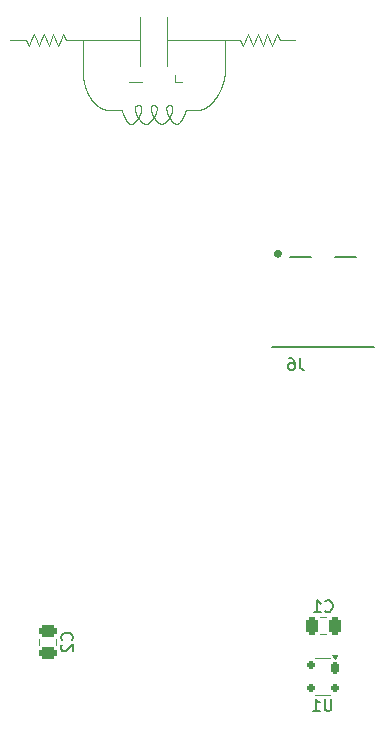
<source format=gbo>
G04 #@! TF.GenerationSoftware,KiCad,Pcbnew,9.0.6*
G04 #@! TF.CreationDate,2025-12-10T23:32:01+01:00*
G04 #@! TF.ProjectId,floppyv3_expansion,666c6f70-7079-4763-935f-657870616e73,rev?*
G04 #@! TF.SameCoordinates,Original*
G04 #@! TF.FileFunction,Legend,Bot*
G04 #@! TF.FilePolarity,Positive*
%FSLAX46Y46*%
G04 Gerber Fmt 4.6, Leading zero omitted, Abs format (unit mm)*
G04 Created by KiCad (PCBNEW 9.0.6) date 2025-12-10 23:32:01*
%MOMM*%
%LPD*%
G01*
G04 APERTURE LIST*
G04 Aperture macros list*
%AMRoundRect*
0 Rectangle with rounded corners*
0 $1 Rounding radius*
0 $2 $3 $4 $5 $6 $7 $8 $9 X,Y pos of 4 corners*
0 Add a 4 corners polygon primitive as box body*
4,1,4,$2,$3,$4,$5,$6,$7,$8,$9,$2,$3,0*
0 Add four circle primitives for the rounded corners*
1,1,$1+$1,$2,$3*
1,1,$1+$1,$4,$5*
1,1,$1+$1,$6,$7*
1,1,$1+$1,$8,$9*
0 Add four rect primitives between the rounded corners*
20,1,$1+$1,$2,$3,$4,$5,0*
20,1,$1+$1,$4,$5,$6,$7,0*
20,1,$1+$1,$6,$7,$8,$9,0*
20,1,$1+$1,$8,$9,$2,$3,0*%
G04 Aperture macros list end*
%ADD10C,0.066145*%
%ADD11C,0.150000*%
%ADD12C,0.120000*%
%ADD13C,0.200000*%
%ADD14C,0.369000*%
%ADD15O,3.200000X1.900000*%
%ADD16R,1.800000X1.800000*%
%ADD17C,1.800000*%
%ADD18RoundRect,0.750000X-0.750000X1.250000X-0.750000X-1.250000X0.750000X-1.250000X0.750000X1.250000X0*%
%ADD19C,0.700000*%
%ADD20C,4.400000*%
%ADD21R,1.700000X1.700000*%
%ADD22C,1.700000*%
%ADD23RoundRect,0.175000X0.175000X0.325000X-0.175000X0.325000X-0.175000X-0.325000X0.175000X-0.325000X0*%
%ADD24RoundRect,0.150000X0.200000X0.150000X-0.200000X0.150000X-0.200000X-0.150000X0.200000X-0.150000X0*%
%ADD25RoundRect,0.250000X0.475000X-0.250000X0.475000X0.250000X-0.475000X0.250000X-0.475000X-0.250000X0*%
%ADD26RoundRect,0.250000X-0.250000X-0.475000X0.250000X-0.475000X0.250000X0.475000X-0.250000X0.475000X0*%
%ADD27R,0.740000X2.790000*%
G04 APERTURE END LIST*
D10*
X90209467Y-67529166D02*
X90000000Y-67000000D01*
X90628401Y-66470833D02*
X90407464Y-67028976D01*
X90209467Y-67529166D01*
X92723074Y-67529166D02*
X92304140Y-66470833D01*
X103170742Y-70567151D02*
X102580155Y-70567151D01*
X99468943Y-72539711D02*
X99472096Y-72539721D01*
X99475229Y-72539751D01*
X99478332Y-72539801D01*
X99481414Y-72539870D01*
X99484467Y-72539958D01*
X99487500Y-72540066D01*
X99490504Y-72540193D01*
X99493489Y-72540340D01*
X99496444Y-72540504D01*
X99499380Y-72540688D01*
X99502288Y-72540890D01*
X99505177Y-72541111D01*
X99508038Y-72541349D01*
X99510880Y-72541606D01*
X99513694Y-72541881D01*
X99516490Y-72542174D01*
X99519259Y-72542484D01*
X99522009Y-72542813D01*
X99524733Y-72543158D01*
X99527439Y-72543521D01*
X99530119Y-72543901D01*
X99532781Y-72544298D01*
X99535417Y-72544712D01*
X99538035Y-72545143D01*
X99540629Y-72545590D01*
X99543204Y-72546055D01*
X99545755Y-72546535D01*
X99548289Y-72547032D01*
X99550798Y-72547546D01*
X99553290Y-72548075D01*
X99555758Y-72548621D01*
X99558209Y-72549183D01*
X99560637Y-72549760D01*
X99563048Y-72550354D01*
X99565437Y-72550962D01*
X99567808Y-72551587D01*
X99570157Y-72552227D01*
X99572489Y-72552883D01*
X99574800Y-72553554D01*
X99577094Y-72554240D01*
X99579367Y-72554941D01*
X99581623Y-72555658D01*
X99583858Y-72556389D01*
X99586077Y-72557136D01*
X99588276Y-72557897D01*
X99590458Y-72558674D01*
X99592620Y-72559464D01*
X99594766Y-72560271D01*
X99596893Y-72561091D01*
X99599004Y-72561926D01*
X99601095Y-72562775D01*
X99603171Y-72563640D01*
X99605228Y-72564518D01*
X99607269Y-72565411D01*
X99609292Y-72566318D01*
X99611299Y-72567240D01*
X99613289Y-72568176D01*
X99615263Y-72569126D01*
X99617219Y-72570090D01*
X99619160Y-72571069D01*
X99621084Y-72572062D01*
X99622992Y-72573069D01*
X99624884Y-72574090D01*
X99626761Y-72575125D01*
X99628621Y-72576174D01*
X99630466Y-72577238D01*
X99632295Y-72578315D01*
X99634108Y-72579407D01*
X99635907Y-72580512D01*
X99637690Y-72581632D01*
X99639458Y-72582766D01*
X99641210Y-72583914D01*
X99642948Y-72585076D01*
X99644671Y-72586251D01*
X99646380Y-72587442D01*
X99648073Y-72588646D01*
X99649752Y-72589864D01*
X99651416Y-72591096D01*
X99654702Y-72593604D01*
X99657931Y-72596168D01*
X99661103Y-72598790D01*
X99664220Y-72601469D01*
X99667281Y-72604205D01*
X99670288Y-72607000D01*
X99673240Y-72609854D01*
X99676139Y-72612766D01*
X99678984Y-72615738D01*
X99681776Y-72618771D01*
X99684515Y-72621863D01*
X99687201Y-72625017D01*
X99689836Y-72628233D01*
X99692418Y-72631511D01*
X99694948Y-72634853D01*
X99697427Y-72638258D01*
X99699854Y-72641728D01*
X99702229Y-72645264D01*
X99704552Y-72648866D01*
X99706824Y-72652535D01*
X99709043Y-72656272D01*
X99711211Y-72660077D01*
X99713326Y-72663953D01*
X99715389Y-72667900D01*
X99717399Y-72671918D01*
X99719355Y-72676009D01*
X99721259Y-72680173D01*
X99723109Y-72684412D01*
X99724904Y-72688727D01*
X99726645Y-72693118D01*
X99728330Y-72697588D01*
X99729960Y-72702136D01*
X99731534Y-72706764D01*
X99733050Y-72711473D01*
X99734509Y-72716264D01*
X99735910Y-72721138D01*
X99737251Y-72726097D01*
X99738533Y-72731141D01*
X99739754Y-72736271D01*
X99740914Y-72741489D01*
X99742011Y-72746795D01*
X99743046Y-72752191D01*
X99744016Y-72757678D01*
X99744921Y-72763257D01*
X99745761Y-72768928D01*
X99746533Y-72774694D01*
X99747237Y-72780555D01*
X99747872Y-72786511D01*
X99748437Y-72792565D01*
X99748931Y-72798717D01*
X99749353Y-72804968D01*
X99749701Y-72811319D01*
X99749974Y-72817771D01*
X99750172Y-72824324D01*
X99750293Y-72830981D01*
X99750335Y-72837741D01*
X99750299Y-72844605D01*
X99750181Y-72851575D01*
X99749982Y-72858651D01*
X99749700Y-72865833D01*
X99749333Y-72873123D01*
X99748881Y-72880520D01*
X99748342Y-72888027D01*
X99747716Y-72895642D01*
X99746999Y-72903368D01*
X99746192Y-72911203D01*
X99745294Y-72919149D01*
X99744302Y-72927205D01*
X99743216Y-72935373D01*
X99742035Y-72943652D01*
X99740756Y-72952043D01*
X99739380Y-72960546D01*
X99737905Y-72969159D01*
X99736330Y-72977885D01*
X99734653Y-72986722D01*
X99732873Y-72995670D01*
X99730990Y-73004729D01*
X99729002Y-73013899D01*
X99726909Y-73023178D01*
X99724708Y-73032568D01*
X99722401Y-73042066D01*
X99719984Y-73051672D01*
X99717458Y-73061385D01*
X99714822Y-73071205D01*
X99712075Y-73081130D01*
X99709215Y-73091159D01*
X99706244Y-73101291D01*
X99703159Y-73111524D01*
X99699961Y-73121858D01*
X99696648Y-73132289D01*
X99693221Y-73142817D01*
X99689679Y-73153440D01*
X99686022Y-73164155D01*
X99682249Y-73174961D01*
X99678361Y-73185856D01*
X99674357Y-73196836D01*
X99670238Y-73207900D01*
X99666003Y-73219044D01*
X99661653Y-73230267D01*
X99657189Y-73241565D01*
X99652609Y-73252934D01*
X99647916Y-73264373D01*
X99643109Y-73275878D01*
X99638190Y-73287444D01*
X99633159Y-73299069D01*
X99628017Y-73310750D01*
X99622765Y-73322481D01*
X99617404Y-73334260D01*
X99611936Y-73346082D01*
X99606361Y-73357943D01*
X99600682Y-73369839D01*
X99594899Y-73381766D01*
X99589015Y-73393719D01*
X99583032Y-73405693D01*
X99576950Y-73417684D01*
X99570773Y-73429687D01*
X99564502Y-73441698D01*
X99558139Y-73453711D01*
X99551687Y-73465722D01*
X99545148Y-73477726D01*
X99538525Y-73489717D01*
X99531820Y-73501691D01*
X99525036Y-73513643D01*
X99518176Y-73525567D01*
X99511242Y-73537459D01*
X99504237Y-73549313D01*
X99497165Y-73561124D01*
X99493604Y-73567013D01*
X99490028Y-73572888D01*
X99486436Y-73578750D01*
X99482829Y-73584599D01*
X99479208Y-73590433D01*
X99475572Y-73596253D01*
X99471923Y-73602056D01*
X99468260Y-73607844D01*
X99464585Y-73613613D01*
X99460895Y-73619367D01*
X99457196Y-73625101D01*
X99453482Y-73630818D01*
X99449760Y-73636514D01*
X99446024Y-73642193D01*
X99442280Y-73647848D01*
X99438523Y-73653486D01*
X99434760Y-73659098D01*
X99430984Y-73664692D01*
X99427202Y-73670259D01*
X99423409Y-73675809D01*
X99419611Y-73681329D01*
X99415801Y-73686830D01*
X99411989Y-73692301D01*
X99408165Y-73697752D01*
X99404340Y-73703172D01*
X99400504Y-73708571D01*
X99396667Y-73713938D01*
X99392820Y-73719284D01*
X99388974Y-73724595D01*
X99385118Y-73729885D01*
X99381263Y-73735139D01*
X99377400Y-73740371D01*
X99373539Y-73745567D01*
X99369669Y-73750740D01*
X99365803Y-73755875D01*
X99361929Y-73760987D01*
X99358061Y-73766059D01*
X99354184Y-73771109D01*
X99350313Y-73776118D01*
X99346435Y-73781104D01*
X99342564Y-73786047D01*
X99338687Y-73790968D01*
X99334817Y-73795844D01*
X99330941Y-73800698D01*
X99327075Y-73805507D01*
X99323202Y-73810292D01*
X99319340Y-73815032D01*
X99315472Y-73819747D01*
X99311616Y-73824417D01*
X99307754Y-73829062D01*
X99303905Y-73833660D01*
X99300051Y-73838233D01*
X99296210Y-73842759D01*
X99292364Y-73847260D01*
X99288533Y-73851713D01*
X99284698Y-73856140D01*
X99280878Y-73860519D01*
X99277054Y-73864871D01*
X99273246Y-73869175D01*
X99269435Y-73873453D01*
X99265641Y-73877681D01*
X99261843Y-73881883D01*
X99258064Y-73886036D01*
X99254281Y-73890161D01*
X99250517Y-73894237D01*
X99246751Y-73898286D01*
X99243004Y-73902285D01*
X99239254Y-73906256D01*
X99235525Y-73910178D01*
X99231794Y-73914072D01*
X99228084Y-73917915D01*
X99224372Y-73921732D01*
X99220681Y-73925497D01*
X99216989Y-73929235D01*
X99213319Y-73932923D01*
X99209648Y-73936583D01*
X99206000Y-73940192D01*
X99202350Y-73943774D01*
X99198724Y-73947305D01*
X99195098Y-73950808D01*
X99191495Y-73954261D01*
X99187892Y-73957686D01*
X99184313Y-73961061D01*
X99180734Y-73964408D01*
X99177179Y-73967704D01*
X99173625Y-73970973D01*
X99170095Y-73974192D01*
X99166567Y-73977383D01*
X99163063Y-73980524D01*
X99159560Y-73983637D01*
X99156083Y-73986701D01*
X99152607Y-73989738D01*
X99149157Y-73992724D01*
X99145708Y-73995684D01*
X99142285Y-73998594D01*
X99138864Y-74001477D01*
X99135469Y-74004311D01*
X99132076Y-74007118D01*
X99128710Y-74009877D01*
X99125345Y-74012608D01*
X99122007Y-74015292D01*
X99118671Y-74017948D01*
X99115363Y-74020557D01*
X99112056Y-74023139D01*
X99108777Y-74025674D01*
X99105500Y-74028181D01*
X99102250Y-74030643D01*
X99099003Y-74033078D01*
X99095783Y-74035466D01*
X99092566Y-74037828D01*
X99089377Y-74040145D01*
X99086190Y-74042435D01*
X99083031Y-74044681D01*
X99079875Y-74046900D01*
X99076746Y-74049074D01*
X99073620Y-74051223D01*
X99070522Y-74053328D01*
X99067427Y-74055406D01*
X99064360Y-74057442D01*
X99061296Y-74059452D01*
X99058260Y-74061419D01*
X99055227Y-74063360D01*
X99052221Y-74065260D01*
X99049219Y-74067134D01*
X99046244Y-74068968D01*
X99043273Y-74070775D01*
X99040329Y-74072542D01*
X99037389Y-74074284D01*
X99034476Y-74075986D01*
X99031567Y-74077663D01*
X99028685Y-74079301D01*
X99025807Y-74080914D01*
X99022956Y-74082489D01*
X99020108Y-74084038D01*
X99017288Y-74085550D01*
X99014471Y-74087037D01*
X99011681Y-74088488D01*
X99008895Y-74089914D01*
X99006136Y-74091303D01*
X99003380Y-74092669D01*
X99000651Y-74093998D01*
X98997926Y-74095304D01*
X98995227Y-74096575D01*
X98992532Y-74097821D01*
X98989862Y-74099034D01*
X98987197Y-74100222D01*
X98984558Y-74101378D01*
X98981923Y-74102509D01*
X98979313Y-74103608D01*
X98976707Y-74104683D01*
X98974126Y-74105726D01*
X98971550Y-74106746D01*
X98968998Y-74107734D01*
X98966451Y-74108700D01*
X98963928Y-74109634D01*
X98961409Y-74110546D01*
X98958915Y-74111427D01*
X98956425Y-74112286D01*
X98953958Y-74113115D01*
X98951497Y-74113921D01*
X98949058Y-74114699D01*
X98946624Y-74115454D01*
X98944213Y-74116181D01*
X98941807Y-74116886D01*
X98939423Y-74117563D01*
X98937044Y-74118218D01*
X98934687Y-74118846D01*
X98932335Y-74119452D01*
X98930005Y-74120032D01*
X98927679Y-74120590D01*
X98925375Y-74121122D01*
X98923076Y-74121632D01*
X98920797Y-74122117D01*
X98918524Y-74122581D01*
X98916271Y-74123020D01*
X98914023Y-74123437D01*
X98911795Y-74123831D01*
X98909572Y-74124203D01*
X98907368Y-74124551D01*
X98905170Y-74124879D01*
X98902991Y-74125183D01*
X98900817Y-74125466D01*
X98898661Y-74125727D01*
X98896511Y-74125967D01*
X98894379Y-74126184D01*
X98892253Y-74126381D01*
X98890144Y-74126556D01*
X98888040Y-74126711D01*
X98885954Y-74126844D01*
X98883873Y-74126956D01*
X98881809Y-74127048D01*
X98879750Y-74127120D01*
X98877707Y-74127170D01*
X98875670Y-74127201D01*
X98873630Y-74127211D01*
X100791859Y-72539711D02*
X100794725Y-72539721D01*
X100797573Y-72539751D01*
X100800393Y-72539801D01*
X100803195Y-72539870D01*
X100805970Y-72539958D01*
X100808726Y-72540066D01*
X100811455Y-72540193D01*
X100814167Y-72540340D01*
X100816852Y-72540504D01*
X100819520Y-72540688D01*
X100822161Y-72540890D01*
X100824786Y-72541111D01*
X100827384Y-72541349D01*
X100829966Y-72541606D01*
X100832522Y-72541881D01*
X100835061Y-72542174D01*
X100837576Y-72542484D01*
X100840074Y-72542812D01*
X100842548Y-72543158D01*
X100845005Y-72543521D01*
X100847439Y-72543900D01*
X100849856Y-72544298D01*
X100852250Y-72544712D01*
X100854627Y-72545143D01*
X100856982Y-72545591D01*
X100859321Y-72546056D01*
X100861637Y-72546536D01*
X100863937Y-72547034D01*
X100866216Y-72547548D01*
X100868479Y-72548078D01*
X100870720Y-72548624D01*
X100872946Y-72549187D01*
X100875151Y-72549765D01*
X100877340Y-72550360D01*
X100879509Y-72550970D01*
X100881662Y-72551596D01*
X100883796Y-72552237D01*
X100885913Y-72552895D01*
X100888012Y-72553567D01*
X100890095Y-72554256D01*
X100892160Y-72554959D01*
X100894209Y-72555678D01*
X100896240Y-72556412D01*
X100898255Y-72557162D01*
X100900253Y-72557926D01*
X100902235Y-72558706D01*
X100904200Y-72559500D01*
X100906150Y-72560310D01*
X100908082Y-72561135D01*
X100910000Y-72561974D01*
X100911901Y-72562829D01*
X100913787Y-72563698D01*
X100915657Y-72564582D01*
X100917513Y-72565481D01*
X100919352Y-72566395D01*
X100921176Y-72567323D01*
X100922985Y-72568267D01*
X100924780Y-72569225D01*
X100926559Y-72570197D01*
X100928324Y-72571185D01*
X100930074Y-72572187D01*
X100931809Y-72573203D01*
X100933530Y-72574235D01*
X100935237Y-72575281D01*
X100936930Y-72576342D01*
X100938608Y-72577417D01*
X100940272Y-72578507D01*
X100941922Y-72579612D01*
X100943559Y-72580732D01*
X100945181Y-72581866D01*
X100948385Y-72584180D01*
X100951536Y-72586552D01*
X100954632Y-72588985D01*
X100957676Y-72591477D01*
X100960667Y-72594029D01*
X100963607Y-72596643D01*
X100966495Y-72599317D01*
X100969332Y-72602053D01*
X100972118Y-72604852D01*
X100974854Y-72607713D01*
X100977541Y-72610637D01*
X100980177Y-72613625D01*
X100982764Y-72616678D01*
X100985302Y-72619797D01*
X100987790Y-72622981D01*
X100990230Y-72626233D01*
X100992620Y-72629552D01*
X100994961Y-72632940D01*
X100997253Y-72636397D01*
X100999496Y-72639925D01*
X101001689Y-72643524D01*
X101003833Y-72647196D01*
X101005927Y-72650940D01*
X101007971Y-72654759D01*
X101009964Y-72658654D01*
X101011907Y-72662624D01*
X101013798Y-72666672D01*
X101015638Y-72670799D01*
X101017426Y-72675005D01*
X101019161Y-72679292D01*
X101020843Y-72683661D01*
X101022471Y-72688113D01*
X101024045Y-72692648D01*
X101025564Y-72697269D01*
X101027026Y-72701977D01*
X101028433Y-72706772D01*
X101029782Y-72711655D01*
X101031072Y-72716629D01*
X101032304Y-72721694D01*
X101033475Y-72726850D01*
X101034586Y-72732100D01*
X101035635Y-72737445D01*
X101036621Y-72742885D01*
X101037543Y-72748421D01*
X101038401Y-72754056D01*
X101039192Y-72759789D01*
X101039917Y-72765622D01*
X101040573Y-72771556D01*
X101041160Y-72777593D01*
X101041677Y-72783732D01*
X101042122Y-72789975D01*
X101042495Y-72796323D01*
X101042793Y-72802777D01*
X101043016Y-72809337D01*
X101043163Y-72816006D01*
X101043232Y-72822782D01*
X101043223Y-72829668D01*
X101043133Y-72836664D01*
X101042961Y-72843771D01*
X101042707Y-72850989D01*
X101042369Y-72858318D01*
X101041945Y-72865761D01*
X101041435Y-72873316D01*
X101040837Y-72880984D01*
X101040150Y-72888766D01*
X101039372Y-72896663D01*
X101038503Y-72904673D01*
X101037541Y-72912799D01*
X101036485Y-72921038D01*
X101035333Y-72929393D01*
X101034084Y-72937862D01*
X101032738Y-72946446D01*
X101031293Y-72955144D01*
X101029748Y-72963956D01*
X101028102Y-72972881D01*
X101026353Y-72981920D01*
X101024502Y-72991072D01*
X101022545Y-73000335D01*
X101020484Y-73009710D01*
X101018316Y-73019195D01*
X101016042Y-73028790D01*
X101013659Y-73038492D01*
X101011168Y-73048302D01*
X101008567Y-73058218D01*
X101005856Y-73068239D01*
X101003034Y-73078362D01*
X101000101Y-73088587D01*
X100997057Y-73098911D01*
X100993900Y-73109333D01*
X100990630Y-73119850D01*
X100987248Y-73130461D01*
X100983752Y-73141163D01*
X100980144Y-73151955D01*
X100976422Y-73162832D01*
X100972587Y-73173794D01*
X100968638Y-73184836D01*
X100964577Y-73195957D01*
X100960403Y-73207152D01*
X100956117Y-73218420D01*
X100951719Y-73229756D01*
X100947210Y-73241158D01*
X100942591Y-73252622D01*
X100937862Y-73264144D01*
X100933023Y-73275721D01*
X100928077Y-73287349D01*
X100923024Y-73299023D01*
X100917865Y-73310740D01*
X100912602Y-73322497D01*
X100907236Y-73334288D01*
X100901767Y-73346109D01*
X100896199Y-73357956D01*
X100890532Y-73369825D01*
X100884768Y-73381711D01*
X100878910Y-73393609D01*
X100872958Y-73405516D01*
X100866915Y-73417426D01*
X100860783Y-73429334D01*
X100854564Y-73441237D01*
X100848260Y-73453129D01*
X100841874Y-73465005D01*
X100835408Y-73476861D01*
X100828864Y-73488693D01*
X100825564Y-73494598D01*
X100822246Y-73500494D01*
X100818909Y-73506382D01*
X100815554Y-73512262D01*
X100812183Y-73518131D01*
X100808793Y-73523990D01*
X100805388Y-73529838D01*
X100801965Y-73535675D01*
X100798527Y-73541499D01*
X100795072Y-73547312D01*
X100791603Y-73553109D01*
X100788118Y-73558896D01*
X100784619Y-73564665D01*
X100781104Y-73570422D01*
X100777577Y-73576161D01*
X100774034Y-73581888D01*
X100770480Y-73587594D01*
X100766911Y-73593287D01*
X100763331Y-73598958D01*
X100759737Y-73604616D01*
X100756134Y-73610251D01*
X100752516Y-73615871D01*
X100748890Y-73621467D01*
X100745249Y-73627048D01*
X100741602Y-73632602D01*
X100737941Y-73638142D01*
X100734275Y-73643654D01*
X100730594Y-73649150D01*
X100726909Y-73654617D01*
X100723211Y-73660068D01*
X100719509Y-73665488D01*
X100715794Y-73670892D01*
X100712077Y-73676264D01*
X100708347Y-73681619D01*
X100704616Y-73686941D01*
X100700873Y-73692246D01*
X100697129Y-73697516D01*
X100693373Y-73702769D01*
X100689618Y-73707986D01*
X100685852Y-73713184D01*
X100682087Y-73718347D01*
X100678311Y-73723490D01*
X100674538Y-73728596D01*
X100670754Y-73733683D01*
X100666973Y-73738732D01*
X100663183Y-73743760D01*
X100659397Y-73748750D01*
X100655600Y-73753719D01*
X100651810Y-73758648D01*
X100648010Y-73763557D01*
X100644216Y-73768425D01*
X100640413Y-73773272D01*
X100636617Y-73778078D01*
X100632812Y-73782862D01*
X100629015Y-73787604D01*
X100625210Y-73792324D01*
X100621414Y-73797001D01*
X100617610Y-73801657D01*
X100613815Y-73806269D01*
X100610013Y-73810858D01*
X100606221Y-73815404D01*
X100602422Y-73819927D01*
X100598635Y-73824406D01*
X100594840Y-73828861D01*
X100591057Y-73833272D01*
X100587267Y-73837660D01*
X100583491Y-73842002D01*
X100579708Y-73846321D01*
X100575938Y-73850594D01*
X100572162Y-73854844D01*
X100568400Y-73859048D01*
X100564633Y-73863228D01*
X100560881Y-73867362D01*
X100557123Y-73871472D01*
X100553380Y-73875535D01*
X100549632Y-73879574D01*
X100545900Y-73883567D01*
X100542164Y-73887535D01*
X100538444Y-73891456D01*
X100534719Y-73895354D01*
X100531012Y-73899204D01*
X100527300Y-73903029D01*
X100523606Y-73906808D01*
X100519908Y-73910562D01*
X100516228Y-73914269D01*
X100512544Y-73917952D01*
X100508879Y-73921587D01*
X100505211Y-73925198D01*
X100501561Y-73928761D01*
X100497908Y-73932300D01*
X100494275Y-73935792D01*
X100490639Y-73939259D01*
X100487022Y-73942680D01*
X100483403Y-73946075D01*
X100479804Y-73949424D01*
X100476203Y-73952748D01*
X100472622Y-73956025D01*
X100469039Y-73959278D01*
X100465477Y-73962484D01*
X100461913Y-73965665D01*
X100458370Y-73968800D01*
X100454825Y-73971911D01*
X100451302Y-73974975D01*
X100447776Y-73978015D01*
X100444273Y-73981009D01*
X100440769Y-73983978D01*
X100437286Y-73986902D01*
X100433802Y-73989801D01*
X100430340Y-73992655D01*
X100426877Y-73995484D01*
X100423437Y-73998270D01*
X100419995Y-74001029D01*
X100416577Y-74003746D01*
X100413157Y-74006437D01*
X100409760Y-74009084D01*
X100406363Y-74011707D01*
X100402989Y-74014287D01*
X100399614Y-74016841D01*
X100396262Y-74019353D01*
X100392910Y-74021840D01*
X100389581Y-74024286D01*
X100386251Y-74026706D01*
X100382945Y-74029085D01*
X100379639Y-74031438D01*
X100376357Y-74033751D01*
X100373074Y-74036039D01*
X100369815Y-74038286D01*
X100366556Y-74040509D01*
X100363320Y-74042692D01*
X100360085Y-74044850D01*
X100356873Y-74046968D01*
X100353662Y-74049062D01*
X100350474Y-74051117D01*
X100347286Y-74053148D01*
X100344122Y-74055140D01*
X100340959Y-74057107D01*
X100337819Y-74059037D01*
X100334679Y-74060942D01*
X100331563Y-74062810D01*
X100328448Y-74064654D01*
X100325356Y-74066461D01*
X100322266Y-74068244D01*
X100319198Y-74069991D01*
X100316131Y-74071714D01*
X100313088Y-74073401D01*
X100310046Y-74075064D01*
X100307026Y-74076692D01*
X100304008Y-74078296D01*
X100301013Y-74079866D01*
X100298019Y-74081412D01*
X100295047Y-74082923D01*
X100292078Y-74084412D01*
X100289130Y-74085867D01*
X100286185Y-74087298D01*
X100283261Y-74088697D01*
X100280340Y-74090072D01*
X100277440Y-74091415D01*
X100274542Y-74092735D01*
X100271666Y-74094023D01*
X100268793Y-74095288D01*
X100265940Y-74096522D01*
X100263090Y-74097733D01*
X100260261Y-74098913D01*
X100257435Y-74100070D01*
X100254629Y-74101197D01*
X100251826Y-74102301D01*
X100249043Y-74103376D01*
X100246263Y-74104428D01*
X100243504Y-74105451D01*
X100240747Y-74106452D01*
X100238010Y-74107424D01*
X100235276Y-74108373D01*
X100232562Y-74109295D01*
X100229851Y-74110194D01*
X100227159Y-74111066D01*
X100224470Y-74111916D01*
X100221801Y-74112738D01*
X100219135Y-74113539D01*
X100216487Y-74114313D01*
X100213843Y-74115065D01*
X100211217Y-74115791D01*
X100208594Y-74116496D01*
X100205990Y-74117174D01*
X100203389Y-74117831D01*
X100200806Y-74118463D01*
X100198226Y-74119074D01*
X100195664Y-74119659D01*
X100193106Y-74120224D01*
X100190565Y-74120763D01*
X100188027Y-74121282D01*
X100185506Y-74121777D01*
X100182989Y-74122250D01*
X100180488Y-74122700D01*
X100177991Y-74123129D01*
X100175511Y-74123535D01*
X100173033Y-74123920D01*
X100170573Y-74124282D01*
X100168115Y-74124623D01*
X100165674Y-74124942D01*
X100163235Y-74125240D01*
X100160813Y-74125516D01*
X100158394Y-74125772D01*
X100155990Y-74126005D01*
X100153590Y-74126219D01*
X100151205Y-74126410D01*
X100148823Y-74126582D01*
X100146456Y-74126732D01*
X100144092Y-74126862D01*
X100141743Y-74126971D01*
X100139397Y-74127059D01*
X100137065Y-74127128D01*
X100134737Y-74127176D01*
X100130401Y-74127211D01*
X112773701Y-67000000D02*
X111456689Y-67000000D01*
X102710089Y-74127211D02*
X102706055Y-74127171D01*
X102701984Y-74127051D01*
X102697876Y-74126849D01*
X102693729Y-74126566D01*
X102689542Y-74126200D01*
X102685316Y-74125750D01*
X102681048Y-74125215D01*
X102676739Y-74124594D01*
X102672388Y-74123887D01*
X102667994Y-74123091D01*
X102663556Y-74122206D01*
X102659073Y-74121231D01*
X102654545Y-74120164D01*
X102649971Y-74119003D01*
X102645350Y-74117749D01*
X102640682Y-74116398D01*
X102635966Y-74114951D01*
X102631201Y-74113404D01*
X102626387Y-74111758D01*
X102621524Y-74110010D01*
X102616610Y-74108159D01*
X102611645Y-74106203D01*
X102606629Y-74104141D01*
X102601561Y-74101971D01*
X102596441Y-74099692D01*
X102591268Y-74097301D01*
X102586041Y-74094798D01*
X102580761Y-74092180D01*
X102575427Y-74089446D01*
X102570039Y-74086595D01*
X102564597Y-74083624D01*
X102559099Y-74080531D01*
X102553547Y-74077317D01*
X102547939Y-74073977D01*
X102542276Y-74070512D01*
X102536558Y-74066919D01*
X102530784Y-74063196D01*
X102524955Y-74059342D01*
X102519070Y-74055356D01*
X102513130Y-74051236D01*
X102507135Y-74046979D01*
X102501084Y-74042586D01*
X102494979Y-74038054D01*
X102488818Y-74033381D01*
X102482604Y-74028567D01*
X102476336Y-74023610D01*
X102470014Y-74018508D01*
X102463639Y-74013261D01*
X102457212Y-74007866D01*
X102450732Y-74002324D01*
X102444202Y-73996633D01*
X102437621Y-73990791D01*
X102430990Y-73984799D01*
X102424310Y-73978654D01*
X102417582Y-73972356D01*
X102410807Y-73965905D01*
X102403987Y-73959299D01*
X102397121Y-73952539D01*
X102390212Y-73945624D01*
X102383261Y-73938553D01*
X102376269Y-73931326D01*
X102369237Y-73923943D01*
X102362167Y-73916404D01*
X102355060Y-73908709D01*
X102347919Y-73900859D01*
X102340745Y-73892853D01*
X102333539Y-73884693D01*
X102326304Y-73876378D01*
X102319041Y-73867910D01*
X102311753Y-73859289D01*
X102304442Y-73850517D01*
X102297110Y-73841595D01*
X102289758Y-73832523D01*
X102282391Y-73823305D01*
X102275009Y-73813940D01*
X102267615Y-73804432D01*
X102260213Y-73794781D01*
X102252804Y-73784991D01*
X102245391Y-73775063D01*
X102237978Y-73765000D01*
X102230566Y-73754805D01*
X102223159Y-73744480D01*
X102215759Y-73734028D01*
X102208370Y-73723453D01*
X102200995Y-73712758D01*
X102193636Y-73701946D01*
X102186297Y-73691020D01*
X102178980Y-73679985D01*
X102171690Y-73668845D01*
X102164429Y-73657603D01*
X102157200Y-73646263D01*
X102150006Y-73634831D01*
X102142852Y-73623309D01*
X102135739Y-73611704D01*
X102128671Y-73600018D01*
X102121652Y-73588258D01*
X102114683Y-73576429D01*
X102107770Y-73564533D01*
X102100914Y-73552578D01*
X102094119Y-73540568D01*
X102087387Y-73528508D01*
X102084046Y-73522461D01*
X102080722Y-73516404D01*
X102077416Y-73510336D01*
X102074127Y-73504260D01*
X102070857Y-73498175D01*
X102067604Y-73492081D01*
X102064371Y-73485982D01*
X102061156Y-73479874D01*
X102057962Y-73473762D01*
X102054787Y-73467643D01*
X102051633Y-73461522D01*
X102048498Y-73455393D01*
X102045385Y-73449265D01*
X102042292Y-73443131D01*
X102039222Y-73436998D01*
X102036172Y-73430860D01*
X102033146Y-73424726D01*
X102030140Y-73418587D01*
X102027159Y-73412454D01*
X102024198Y-73406316D01*
X102021263Y-73400186D01*
X102018349Y-73394053D01*
X102015461Y-73387929D01*
X102012595Y-73381803D01*
X102009755Y-73375687D01*
X102006937Y-73369570D01*
X102004147Y-73363466D01*
X102001378Y-73357360D01*
X101998638Y-73351269D01*
X101995919Y-73345177D01*
X101993230Y-73339102D01*
X101990563Y-73333027D01*
X101987925Y-73326970D01*
X101985310Y-73320914D01*
X101982725Y-73314877D01*
X101980162Y-73308842D01*
X101977631Y-73302828D01*
X101975122Y-73296816D01*
X101972644Y-73290827D01*
X101970188Y-73284841D01*
X101967765Y-73278879D01*
X101965364Y-73272920D01*
X101962996Y-73266987D01*
X101960650Y-73261058D01*
X101958337Y-73255156D01*
X101956048Y-73249258D01*
X101953790Y-73243390D01*
X101951557Y-73237525D01*
X101949356Y-73231692D01*
X101947178Y-73225863D01*
X101945034Y-73220066D01*
X101942913Y-73214274D01*
X101940825Y-73208515D01*
X101938761Y-73202763D01*
X101936731Y-73197044D01*
X101934724Y-73191332D01*
X101932750Y-73185655D01*
X101930801Y-73179985D01*
X101928885Y-73174351D01*
X101926992Y-73168725D01*
X101925134Y-73163136D01*
X101923299Y-73157555D01*
X101921498Y-73152012D01*
X101919720Y-73146477D01*
X101917977Y-73140981D01*
X101916257Y-73135494D01*
X101914570Y-73130047D01*
X101912907Y-73124609D01*
X101911278Y-73119212D01*
X101909673Y-73113824D01*
X101908100Y-73108477D01*
X101906552Y-73103140D01*
X101905037Y-73097846D01*
X101903545Y-73092561D01*
X101902087Y-73087319D01*
X101900652Y-73082088D01*
X101899249Y-73076900D01*
X101897871Y-73071723D01*
X101896525Y-73066589D01*
X101895202Y-73061467D01*
X101893912Y-73056388D01*
X101892645Y-73051322D01*
X101891410Y-73046299D01*
X101890199Y-73041289D01*
X101889019Y-73036323D01*
X101887863Y-73031370D01*
X101886738Y-73026462D01*
X101885636Y-73021566D01*
X101884565Y-73016715D01*
X101883517Y-73011877D01*
X101882500Y-73007085D01*
X101881506Y-73002305D01*
X101880542Y-72997571D01*
X101879601Y-72992851D01*
X101878690Y-72988176D01*
X101877802Y-72983514D01*
X101876943Y-72978899D01*
X101876106Y-72974297D01*
X101875299Y-72969741D01*
X101874515Y-72965198D01*
X101873758Y-72960702D01*
X101873025Y-72956219D01*
X101872319Y-72951783D01*
X101871636Y-72947361D01*
X101870980Y-72942984D01*
X101870347Y-72938622D01*
X101869741Y-72934305D01*
X101869157Y-72930003D01*
X101868599Y-72925747D01*
X101868064Y-72921505D01*
X101867554Y-72917308D01*
X101867067Y-72913126D01*
X101866605Y-72908990D01*
X101866165Y-72904868D01*
X101865749Y-72900791D01*
X101865356Y-72896729D01*
X101864987Y-72892713D01*
X101864640Y-72888710D01*
X101864316Y-72884753D01*
X101864014Y-72880810D01*
X101863736Y-72876912D01*
X101863478Y-72873029D01*
X101863244Y-72869190D01*
X101863031Y-72865366D01*
X101862840Y-72861586D01*
X101862670Y-72857821D01*
X101862522Y-72854099D01*
X101862395Y-72850393D01*
X101862290Y-72846729D01*
X101862205Y-72843081D01*
X101862141Y-72839475D01*
X101862097Y-72835885D01*
X101862074Y-72832337D01*
X101862071Y-72828803D01*
X101862088Y-72825312D01*
X101862126Y-72821836D01*
X101862183Y-72818402D01*
X101862259Y-72814983D01*
X101862355Y-72811604D01*
X101862471Y-72808241D01*
X101862605Y-72804919D01*
X101862759Y-72801611D01*
X101862930Y-72798344D01*
X101863122Y-72795092D01*
X101863331Y-72791880D01*
X101863559Y-72788682D01*
X101863804Y-72785524D01*
X101864069Y-72782381D01*
X101864350Y-72779277D01*
X101864650Y-72776187D01*
X101864967Y-72773136D01*
X101865302Y-72770100D01*
X101865653Y-72767101D01*
X101866023Y-72764118D01*
X101866408Y-72761171D01*
X101866812Y-72758240D01*
X101867230Y-72755345D01*
X101867667Y-72752465D01*
X101868119Y-72749621D01*
X101868589Y-72746792D01*
X101869073Y-72743998D01*
X101869575Y-72741219D01*
X101870091Y-72738476D01*
X101870625Y-72735747D01*
X101871172Y-72733052D01*
X101871737Y-72730372D01*
X101872315Y-72727726D01*
X101872911Y-72725095D01*
X101873519Y-72722496D01*
X101874145Y-72719913D01*
X101874784Y-72717362D01*
X101875439Y-72714826D01*
X101876107Y-72712322D01*
X101876792Y-72709833D01*
X101877489Y-72707375D01*
X101878203Y-72704932D01*
X101878928Y-72702519D01*
X101879671Y-72700121D01*
X101880424Y-72697754D01*
X101881195Y-72695401D01*
X101881976Y-72693078D01*
X101882774Y-72690769D01*
X101883583Y-72688490D01*
X101884408Y-72686225D01*
X101885244Y-72683988D01*
X101886096Y-72681766D01*
X101886959Y-72679572D01*
X101887838Y-72677393D01*
X101888727Y-72675241D01*
X101889632Y-72673103D01*
X101890548Y-72670992D01*
X101891479Y-72668896D01*
X101892420Y-72666826D01*
X101893377Y-72664770D01*
X101894344Y-72662740D01*
X101895327Y-72660724D01*
X101896319Y-72658734D01*
X101897327Y-72656758D01*
X101898344Y-72654806D01*
X101899377Y-72652869D01*
X101900420Y-72650956D01*
X101901477Y-72649057D01*
X101902545Y-72647182D01*
X101903627Y-72645321D01*
X101904720Y-72643484D01*
X101905827Y-72641660D01*
X101906943Y-72639859D01*
X101908075Y-72638073D01*
X101909216Y-72636308D01*
X101910372Y-72634558D01*
X101911538Y-72632829D01*
X101912719Y-72631115D01*
X101913909Y-72629422D01*
X101915113Y-72627742D01*
X101916328Y-72626084D01*
X101917557Y-72624440D01*
X101918795Y-72622816D01*
X101920049Y-72621206D01*
X101921312Y-72619617D01*
X101922589Y-72618041D01*
X101923877Y-72616485D01*
X101925178Y-72614942D01*
X101926490Y-72613420D01*
X101927817Y-72611911D01*
X101929153Y-72610421D01*
X101930504Y-72608945D01*
X101931865Y-72607487D01*
X101933240Y-72606043D01*
X101934626Y-72604618D01*
X101936026Y-72603207D01*
X101937437Y-72601813D01*
X101938862Y-72600433D01*
X101940297Y-72599071D01*
X101941747Y-72597723D01*
X101943208Y-72596393D01*
X101944683Y-72595076D01*
X101946170Y-72593776D01*
X101947671Y-72592490D01*
X101949183Y-72591221D01*
X101950709Y-72589966D01*
X101952247Y-72588728D01*
X101953799Y-72587503D01*
X101955364Y-72586295D01*
X101956942Y-72585101D01*
X101958533Y-72583923D01*
X101960138Y-72582759D01*
X101961756Y-72581611D01*
X101963388Y-72580477D01*
X101965032Y-72579359D01*
X101966691Y-72578255D01*
X101968364Y-72577167D01*
X101970050Y-72576093D01*
X101971750Y-72575034D01*
X101973465Y-72573990D01*
X101975193Y-72572961D01*
X101976936Y-72571947D01*
X101978693Y-72570948D01*
X101980464Y-72569963D01*
X101982250Y-72568993D01*
X101984051Y-72568038D01*
X101985866Y-72567098D01*
X101987696Y-72566173D01*
X101989542Y-72565262D01*
X101991402Y-72564367D01*
X101993278Y-72563486D01*
X101995168Y-72562621D01*
X101997075Y-72561770D01*
X101998996Y-72560934D01*
X102000934Y-72560114D01*
X102002887Y-72559308D01*
X102006842Y-72557742D01*
X102010861Y-72556237D01*
X102014946Y-72554792D01*
X102019099Y-72553410D01*
X102023319Y-72552089D01*
X102027609Y-72550830D01*
X102031968Y-72549635D01*
X102036400Y-72548503D01*
X102040904Y-72547436D01*
X102045481Y-72546434D01*
X102050134Y-72545497D01*
X102054864Y-72544627D01*
X102059671Y-72543825D01*
X102064556Y-72543090D01*
X102069522Y-72542425D01*
X102074570Y-72541830D01*
X102079700Y-72541306D01*
X102084914Y-72540855D01*
X102090214Y-72540477D01*
X102095600Y-72540173D01*
X102101075Y-72539944D01*
X102106639Y-72539792D01*
X102112294Y-72539718D01*
X102114776Y-72539711D01*
X109586345Y-66470833D02*
X109170712Y-67529166D01*
X91466274Y-66470833D02*
X91263297Y-66983598D01*
X91047335Y-67529166D01*
X101918697Y-69196987D02*
X101918697Y-65098307D01*
X98079880Y-72936586D02*
X97021545Y-72936586D01*
X101453318Y-74127211D02*
X101448711Y-74127171D01*
X101444070Y-74127051D01*
X101439395Y-74126850D01*
X101434685Y-74126567D01*
X101429940Y-74126203D01*
X101425159Y-74125755D01*
X101420341Y-74125223D01*
X101415486Y-74124607D01*
X101410593Y-74123906D01*
X101405662Y-74123118D01*
X101400692Y-74122243D01*
X101395682Y-74121280D01*
X101390633Y-74120228D01*
X101385542Y-74119085D01*
X101380411Y-74117852D01*
X101375238Y-74116526D01*
X101370023Y-74115106D01*
X101364765Y-74113592D01*
X101359464Y-74111983D01*
X101354120Y-74110277D01*
X101348731Y-74108472D01*
X101343298Y-74106569D01*
X101337821Y-74104565D01*
X101332298Y-74102459D01*
X101326730Y-74100250D01*
X101321116Y-74097937D01*
X101315456Y-74095519D01*
X101309750Y-74092994D01*
X101303997Y-74090360D01*
X101298197Y-74087617D01*
X101292350Y-74084764D01*
X101286455Y-74081798D01*
X101280514Y-74078719D01*
X101274525Y-74075525D01*
X101268488Y-74072215D01*
X101262404Y-74068788D01*
X101256272Y-74065242D01*
X101250092Y-74061576D01*
X101243865Y-74057789D01*
X101237590Y-74053879D01*
X101231268Y-74049845D01*
X101224899Y-74045687D01*
X101218482Y-74041402D01*
X101212019Y-74036990D01*
X101205509Y-74032449D01*
X101198954Y-74027778D01*
X101192352Y-74022977D01*
X101185705Y-74018043D01*
X101179013Y-74012976D01*
X101172276Y-74007776D01*
X101165495Y-74002440D01*
X101158671Y-73996969D01*
X101151805Y-73991360D01*
X101144896Y-73985615D01*
X101137946Y-73979730D01*
X101130956Y-73973707D01*
X101123926Y-73967544D01*
X101116857Y-73961241D01*
X101109751Y-73954797D01*
X101102608Y-73948212D01*
X101095430Y-73941485D01*
X101088217Y-73934616D01*
X101080970Y-73927605D01*
X101073692Y-73920452D01*
X101066383Y-73913156D01*
X101059045Y-73905718D01*
X101051679Y-73898139D01*
X101044286Y-73890417D01*
X101036869Y-73882554D01*
X101029429Y-73874550D01*
X101021967Y-73866405D01*
X101014486Y-73858120D01*
X101006987Y-73849697D01*
X100999472Y-73841135D01*
X100991944Y-73832437D01*
X100984403Y-73823602D01*
X100976852Y-73814632D01*
X100969294Y-73805530D01*
X100961730Y-73796295D01*
X100954163Y-73786931D01*
X100946595Y-73777438D01*
X100939029Y-73767818D01*
X100931466Y-73758074D01*
X100923910Y-73748208D01*
X100916363Y-73738222D01*
X100908827Y-73728119D01*
X100901306Y-73717901D01*
X100893801Y-73707570D01*
X100886315Y-73697130D01*
X100878852Y-73686584D01*
X100871414Y-73675935D01*
X100864003Y-73665186D01*
X100856623Y-73654341D01*
X100849276Y-73643402D01*
X100841966Y-73632373D01*
X100834694Y-73621259D01*
X100827465Y-73610063D01*
X100820280Y-73598790D01*
X100813144Y-73587442D01*
X100806057Y-73576024D01*
X100799024Y-73564540D01*
X100792048Y-73552996D01*
X100785130Y-73541394D01*
X100778274Y-73529740D01*
X100771483Y-73518038D01*
X100764759Y-73506292D01*
X100758105Y-73494508D01*
X100754805Y-73488603D01*
X100751523Y-73482690D01*
X100748261Y-73476769D01*
X100745017Y-73470842D01*
X100741793Y-73464909D01*
X100738588Y-73458969D01*
X100735404Y-73453026D01*
X100732239Y-73447076D01*
X100729096Y-73441125D01*
X100725973Y-73435168D01*
X100722873Y-73429211D01*
X100719792Y-73423250D01*
X100716735Y-73417290D01*
X100713698Y-73411325D01*
X100710685Y-73405364D01*
X100707693Y-73399400D01*
X100704725Y-73393440D01*
X100701779Y-73387478D01*
X100698858Y-73381522D01*
X100695959Y-73375564D01*
X100693085Y-73369614D01*
X100690233Y-73363663D01*
X100687409Y-73357722D01*
X100684606Y-73351779D01*
X100681830Y-73345849D01*
X100679076Y-73339917D01*
X100676351Y-73334000D01*
X100673648Y-73328082D01*
X100670973Y-73322179D01*
X100668321Y-73316277D01*
X100665699Y-73310392D01*
X100663098Y-73304507D01*
X100660528Y-73298641D01*
X100657980Y-73292777D01*
X100655463Y-73286932D01*
X100652968Y-73281090D01*
X100650505Y-73275268D01*
X100648064Y-73269450D01*
X100645654Y-73263654D01*
X100643268Y-73257862D01*
X100640913Y-73252093D01*
X100638581Y-73246329D01*
X100636281Y-73240589D01*
X100634005Y-73234854D01*
X100631760Y-73229146D01*
X100629540Y-73223443D01*
X100627351Y-73217767D01*
X100625186Y-73212097D01*
X100623054Y-73206456D01*
X100620945Y-73200821D01*
X100618869Y-73195217D01*
X100616817Y-73189618D01*
X100614797Y-73184051D01*
X100612801Y-73178491D01*
X100610839Y-73172963D01*
X100608900Y-73167443D01*
X100606994Y-73161956D01*
X100605112Y-73156476D01*
X100603263Y-73151032D01*
X100601438Y-73145595D01*
X100599646Y-73140193D01*
X100597878Y-73134801D01*
X100596143Y-73129444D01*
X100594432Y-73124096D01*
X100592754Y-73118786D01*
X100591100Y-73113484D01*
X100589478Y-73108221D01*
X100587881Y-73102967D01*
X100586316Y-73097752D01*
X100584775Y-73092546D01*
X100583267Y-73087380D01*
X100581783Y-73082225D01*
X100580331Y-73077109D01*
X100578902Y-73072004D01*
X100577506Y-73066939D01*
X100576134Y-73061885D01*
X100574794Y-73056872D01*
X100573477Y-73051871D01*
X100572193Y-73046910D01*
X100570931Y-73041962D01*
X100569702Y-73037055D01*
X100568495Y-73032160D01*
X100567320Y-73027308D01*
X100566169Y-73022467D01*
X100565048Y-73017669D01*
X100563951Y-73012883D01*
X100562884Y-73008141D01*
X100561841Y-73003410D01*
X100560827Y-72998724D01*
X100559837Y-72994049D01*
X100558877Y-72989418D01*
X100557939Y-72984801D01*
X100557031Y-72980226D01*
X100556147Y-72975665D01*
X100555291Y-72971148D01*
X100554458Y-72966644D01*
X100553653Y-72962183D01*
X100552872Y-72957737D01*
X100552118Y-72953334D01*
X100551387Y-72948945D01*
X100550684Y-72944599D01*
X100550003Y-72940268D01*
X100549350Y-72935980D01*
X100548719Y-72931707D01*
X100548115Y-72927477D01*
X100547533Y-72923262D01*
X100546977Y-72919090D01*
X100546444Y-72914932D01*
X100545936Y-72910818D01*
X100545450Y-72906719D01*
X100544990Y-72902663D01*
X100544551Y-72898621D01*
X100544138Y-72894623D01*
X100543746Y-72890639D01*
X100543378Y-72886699D01*
X100543032Y-72882773D01*
X100542710Y-72878890D01*
X100542410Y-72875022D01*
X100542132Y-72871197D01*
X100541876Y-72867386D01*
X100541643Y-72863618D01*
X100541431Y-72859864D01*
X100541242Y-72856153D01*
X100541073Y-72852457D01*
X100540926Y-72848803D01*
X100540800Y-72845163D01*
X100540696Y-72841565D01*
X100540612Y-72837982D01*
X100540549Y-72834440D01*
X100540506Y-72830914D01*
X100540484Y-72827428D01*
X100540482Y-72823957D01*
X100540500Y-72820526D01*
X100540539Y-72817111D01*
X100540596Y-72813736D01*
X100540674Y-72810375D01*
X100540771Y-72807055D01*
X100540887Y-72803749D01*
X100541022Y-72800483D01*
X100541177Y-72797231D01*
X100541350Y-72794019D01*
X100541542Y-72790821D01*
X100541752Y-72787662D01*
X100541981Y-72784518D01*
X100542227Y-72781412D01*
X100542493Y-72778320D01*
X100542775Y-72775267D01*
X100543076Y-72772228D01*
X100543394Y-72769226D01*
X100543730Y-72766239D01*
X100544082Y-72763288D01*
X100544453Y-72760353D01*
X100544839Y-72757453D01*
X100545244Y-72754568D01*
X100545664Y-72751719D01*
X100546102Y-72748885D01*
X100546555Y-72746085D01*
X100547025Y-72743300D01*
X100547511Y-72740550D01*
X100548014Y-72737815D01*
X100548531Y-72735113D01*
X100549066Y-72732426D01*
X100549615Y-72729773D01*
X100550181Y-72727134D01*
X100550761Y-72724528D01*
X100551358Y-72721936D01*
X100551968Y-72719377D01*
X100552595Y-72716833D01*
X100553235Y-72714320D01*
X100553892Y-72711822D01*
X100554562Y-72709355D01*
X100555248Y-72706903D01*
X100555947Y-72704481D01*
X100556663Y-72702074D01*
X100557390Y-72699697D01*
X100558134Y-72697334D01*
X100558890Y-72695001D01*
X100559662Y-72692683D01*
X100560445Y-72690393D01*
X100561245Y-72688118D01*
X100562056Y-72685871D01*
X100562884Y-72683638D01*
X100563722Y-72681434D01*
X100564577Y-72679244D01*
X100565442Y-72677081D01*
X100566323Y-72674932D01*
X100567215Y-72672810D01*
X100568122Y-72670703D01*
X100569040Y-72668622D01*
X100569974Y-72666554D01*
X100570918Y-72664513D01*
X100571878Y-72662486D01*
X100572848Y-72660484D01*
X100573833Y-72658496D01*
X100574829Y-72656533D01*
X100575839Y-72654585D01*
X100576860Y-72652660D01*
X100577896Y-72650749D01*
X100578942Y-72648862D01*
X100580003Y-72646990D01*
X100581074Y-72645140D01*
X100582161Y-72643304D01*
X100583257Y-72641492D01*
X100584368Y-72639693D01*
X100585488Y-72637916D01*
X100586624Y-72636154D01*
X100587769Y-72634413D01*
X100588930Y-72632686D01*
X100590100Y-72630981D01*
X100591284Y-72629289D01*
X100592479Y-72627618D01*
X100593688Y-72625962D01*
X100594907Y-72624326D01*
X100596141Y-72622703D01*
X100597385Y-72621101D01*
X100598643Y-72619513D01*
X100599912Y-72617944D01*
X100601195Y-72616389D01*
X100602488Y-72614854D01*
X100603795Y-72613332D01*
X100605113Y-72611830D01*
X100606445Y-72610341D01*
X100607787Y-72608871D01*
X100609144Y-72607414D01*
X100610511Y-72605976D01*
X100611893Y-72604552D01*
X100613286Y-72603146D01*
X100614692Y-72601753D01*
X100616110Y-72600378D01*
X100617542Y-72599017D01*
X100618985Y-72597673D01*
X100620442Y-72596344D01*
X100621910Y-72595031D01*
X100623393Y-72593732D01*
X100624887Y-72592450D01*
X100626396Y-72591182D01*
X100627916Y-72589930D01*
X100629451Y-72588693D01*
X100630997Y-72587471D01*
X100632558Y-72586264D01*
X100634131Y-72585073D01*
X100635719Y-72583896D01*
X100637319Y-72582734D01*
X100638933Y-72581587D01*
X100640560Y-72580456D01*
X100642201Y-72579339D01*
X100643856Y-72578237D01*
X100645525Y-72577149D01*
X100647207Y-72576077D01*
X100648904Y-72575019D01*
X100650615Y-72573977D01*
X100652340Y-72572949D01*
X100654079Y-72571935D01*
X100655833Y-72570937D01*
X100657601Y-72569953D01*
X100659384Y-72568984D01*
X100661182Y-72568030D01*
X100662994Y-72567091D01*
X100664822Y-72566167D01*
X100666664Y-72565257D01*
X100668522Y-72564362D01*
X100670395Y-72563482D01*
X100672283Y-72562617D01*
X100674187Y-72561767D01*
X100676107Y-72560932D01*
X100678042Y-72560112D01*
X100681960Y-72558516D01*
X100685943Y-72556981D01*
X100689991Y-72555507D01*
X100694106Y-72554094D01*
X100698289Y-72552743D01*
X100702541Y-72551453D01*
X100706863Y-72550227D01*
X100711256Y-72549063D01*
X100715721Y-72547964D01*
X100720260Y-72546929D01*
X100724873Y-72545959D01*
X100729563Y-72545056D01*
X100734329Y-72544220D01*
X100739174Y-72543451D01*
X100744099Y-72542751D01*
X100749105Y-72542121D01*
X100754192Y-72541561D01*
X100759364Y-72541073D01*
X100764620Y-72540658D01*
X100769962Y-72540316D01*
X100775392Y-72540050D01*
X100780911Y-72539859D01*
X100786520Y-72539746D01*
X100791859Y-72539711D01*
X93142010Y-66470833D02*
X92919590Y-67032720D01*
X92723074Y-67529166D01*
X108755081Y-66470833D02*
X108339449Y-67529166D01*
X100130401Y-74127211D02*
X100125792Y-74127171D01*
X100121144Y-74127051D01*
X100116458Y-74126850D01*
X100111731Y-74126567D01*
X100106964Y-74126201D01*
X100102156Y-74125752D01*
X100097306Y-74125219D01*
X100092414Y-74124601D01*
X100087479Y-74123897D01*
X100082500Y-74123105D01*
X100077477Y-74122226D01*
X100072409Y-74121258D01*
X100067295Y-74120199D01*
X100062136Y-74119049D01*
X100056930Y-74117807D01*
X100051678Y-74116472D01*
X100046377Y-74115042D01*
X100041029Y-74113516D01*
X100035632Y-74111893D01*
X100030187Y-74110172D01*
X100024692Y-74108351D01*
X100019147Y-74106429D01*
X100013552Y-74104405D01*
X100007906Y-74102278D01*
X100002210Y-74100047D01*
X99996462Y-74097709D01*
X99990662Y-74095264D01*
X99984811Y-74092710D01*
X99978908Y-74090046D01*
X99972953Y-74087271D01*
X99966945Y-74084383D01*
X99960884Y-74081381D01*
X99954771Y-74078264D01*
X99948605Y-74075030D01*
X99942386Y-74071678D01*
X99936114Y-74068206D01*
X99929790Y-74064614D01*
X99923412Y-74060899D01*
X99916982Y-74057062D01*
X99910499Y-74053100D01*
X99903964Y-74049012D01*
X99897377Y-74044797D01*
X99890738Y-74040454D01*
X99884047Y-74035981D01*
X99877305Y-74031378D01*
X99870513Y-74026643D01*
X99863669Y-74021776D01*
X99856776Y-74016775D01*
X99849834Y-74011640D01*
X99842843Y-74006369D01*
X99835804Y-74000961D01*
X99828717Y-73995416D01*
X99821584Y-73989733D01*
X99814405Y-73983912D01*
X99807181Y-73977951D01*
X99799914Y-73971850D01*
X99792603Y-73965608D01*
X99785251Y-73959226D01*
X99777858Y-73952703D01*
X99770425Y-73946037D01*
X99762954Y-73939231D01*
X99755447Y-73932282D01*
X99747903Y-73925191D01*
X99740326Y-73917959D01*
X99732716Y-73910585D01*
X99725075Y-73903069D01*
X99717405Y-73895413D01*
X99709707Y-73887615D01*
X99701983Y-73879678D01*
X99694236Y-73871602D01*
X99686466Y-73863387D01*
X99678677Y-73855035D01*
X99670869Y-73846546D01*
X99663046Y-73837922D01*
X99655209Y-73829164D01*
X99647361Y-73820273D01*
X99639504Y-73811251D01*
X99631640Y-73802100D01*
X99623772Y-73792821D01*
X99615903Y-73783417D01*
X99608034Y-73773889D01*
X99600168Y-73764239D01*
X99592309Y-73754471D01*
X99584459Y-73744586D01*
X99576620Y-73734587D01*
X99568796Y-73724476D01*
X99560989Y-73714257D01*
X99553202Y-73703933D01*
X99545437Y-73693506D01*
X99537699Y-73682981D01*
X99529990Y-73672359D01*
X99522312Y-73661645D01*
X99514670Y-73650842D01*
X99507065Y-73639955D01*
X99499500Y-73628985D01*
X99491980Y-73617939D01*
X99484506Y-73606819D01*
X99477082Y-73595629D01*
X99469711Y-73584374D01*
X99462395Y-73573058D01*
X99455138Y-73561686D01*
X99447942Y-73550261D01*
X99440810Y-73538787D01*
X99433745Y-73527270D01*
X99430239Y-73521497D01*
X99426750Y-73515714D01*
X99423280Y-73509923D01*
X99419828Y-73504123D01*
X99416395Y-73498317D01*
X99412981Y-73492502D01*
X99409587Y-73486683D01*
X99406212Y-73480855D01*
X99402857Y-73475025D01*
X99399522Y-73469188D01*
X99396210Y-73463349D01*
X99392916Y-73457504D01*
X99389646Y-73451658D01*
X99386395Y-73445807D01*
X99383168Y-73439958D01*
X99379961Y-73434104D01*
X99376779Y-73428253D01*
X99373617Y-73422397D01*
X99370480Y-73416547D01*
X99367365Y-73410692D01*
X99364275Y-73404845D01*
X99361206Y-73398994D01*
X99358164Y-73393151D01*
X99355144Y-73387305D01*
X99352151Y-73381470D01*
X99349179Y-73375632D01*
X99346236Y-73369805D01*
X99343314Y-73363977D01*
X99340421Y-73358162D01*
X99337550Y-73352346D01*
X99334709Y-73346544D01*
X99331889Y-73340742D01*
X99329100Y-73334956D01*
X99326333Y-73329170D01*
X99323596Y-73323402D01*
X99320882Y-73317634D01*
X99318199Y-73311885D01*
X99315539Y-73306137D01*
X99312910Y-73300409D01*
X99310304Y-73294683D01*
X99307730Y-73288979D01*
X99305178Y-73283277D01*
X99302659Y-73277597D01*
X99300163Y-73271921D01*
X99297700Y-73266269D01*
X99295259Y-73260619D01*
X99292852Y-73254996D01*
X99290468Y-73249376D01*
X99288117Y-73243782D01*
X99285790Y-73238193D01*
X99283495Y-73232632D01*
X99281225Y-73227075D01*
X99278988Y-73221547D01*
X99276774Y-73216024D01*
X99274594Y-73210531D01*
X99272438Y-73205043D01*
X99270316Y-73199587D01*
X99268217Y-73194136D01*
X99266152Y-73188717D01*
X99264111Y-73183305D01*
X99262104Y-73177925D01*
X99260120Y-73172552D01*
X99258171Y-73167213D01*
X99256245Y-73161881D01*
X99254354Y-73156583D01*
X99252486Y-73151293D01*
X99250652Y-73146038D01*
X99248842Y-73140791D01*
X99247065Y-73135580D01*
X99245313Y-73130377D01*
X99243594Y-73125211D01*
X99241899Y-73120053D01*
X99240237Y-73114933D01*
X99238599Y-73109822D01*
X99236995Y-73104748D01*
X99235414Y-73099684D01*
X99233867Y-73094658D01*
X99232343Y-73089642D01*
X99230852Y-73084664D01*
X99229385Y-73079697D01*
X99227951Y-73074768D01*
X99226540Y-73069850D01*
X99225162Y-73064972D01*
X99223808Y-73060104D01*
X99222485Y-73055276D01*
X99221186Y-73050459D01*
X99219919Y-73045682D01*
X99218676Y-73040916D01*
X99217464Y-73036191D01*
X99216275Y-73031477D01*
X99215117Y-73026804D01*
X99213983Y-73022142D01*
X99212880Y-73017522D01*
X99211800Y-73012913D01*
X99210750Y-73008345D01*
X99209724Y-73003789D01*
X99208727Y-72999275D01*
X99207754Y-72994773D01*
X99206810Y-72990312D01*
X99205890Y-72985863D01*
X99204998Y-72981457D01*
X99204129Y-72977062D01*
X99203290Y-72972709D01*
X99202472Y-72968368D01*
X99201684Y-72964070D01*
X99200918Y-72959783D01*
X99200179Y-72955539D01*
X99199464Y-72951307D01*
X99198775Y-72947117D01*
X99198109Y-72942940D01*
X99197471Y-72938804D01*
X99196854Y-72934682D01*
X99196264Y-72930601D01*
X99195696Y-72926532D01*
X99195154Y-72922506D01*
X99194634Y-72918492D01*
X99194140Y-72914520D01*
X99193667Y-72910560D01*
X99193220Y-72906642D01*
X99192795Y-72902737D01*
X99192394Y-72898873D01*
X99192014Y-72895022D01*
X99191659Y-72891212D01*
X99191325Y-72887416D01*
X99191015Y-72883659D01*
X99190726Y-72879917D01*
X99190460Y-72876214D01*
X99190216Y-72872525D01*
X99189994Y-72868876D01*
X99189793Y-72865240D01*
X99189615Y-72861644D01*
X99189457Y-72858061D01*
X99189321Y-72854518D01*
X99189205Y-72850988D01*
X99189111Y-72847497D01*
X99189038Y-72844020D01*
X99188985Y-72840581D01*
X99188952Y-72837156D01*
X99188940Y-72833769D01*
X99188948Y-72830396D01*
X99188977Y-72827060D01*
X99189025Y-72823738D01*
X99189092Y-72820454D01*
X99189179Y-72817183D01*
X99189286Y-72813950D01*
X99189412Y-72810730D01*
X99189557Y-72807547D01*
X99189721Y-72804377D01*
X99189903Y-72801243D01*
X99190105Y-72798123D01*
X99190324Y-72795039D01*
X99190563Y-72791969D01*
X99190819Y-72788934D01*
X99191094Y-72785912D01*
X99191386Y-72782925D01*
X99191697Y-72779952D01*
X99192024Y-72777013D01*
X99192371Y-72774088D01*
X99192733Y-72771197D01*
X99193114Y-72768319D01*
X99193510Y-72765475D01*
X99193925Y-72762645D01*
X99194356Y-72759847D01*
X99194804Y-72757063D01*
X99195268Y-72754311D01*
X99195750Y-72751573D01*
X99196247Y-72748867D01*
X99196761Y-72746174D01*
X99197290Y-72743512D01*
X99197837Y-72740865D01*
X99198397Y-72738248D01*
X99198976Y-72735644D01*
X99199568Y-72733071D01*
X99200178Y-72730512D01*
X99200801Y-72727982D01*
X99201442Y-72725466D01*
X99202095Y-72722979D01*
X99202766Y-72720506D01*
X99203450Y-72718061D01*
X99204151Y-72715630D01*
X99204865Y-72713227D01*
X99205596Y-72710838D01*
X99206339Y-72708476D01*
X99207099Y-72706128D01*
X99207871Y-72703807D01*
X99208660Y-72701500D01*
X99209461Y-72699219D01*
X99210279Y-72696952D01*
X99211108Y-72694710D01*
X99211954Y-72692483D01*
X99212811Y-72690281D01*
X99213685Y-72688092D01*
X99214571Y-72685928D01*
X99215472Y-72683778D01*
X99216385Y-72681653D01*
X99217314Y-72679541D01*
X99218255Y-72677453D01*
X99219211Y-72675378D01*
X99220179Y-72673328D01*
X99221162Y-72671290D01*
X99222156Y-72669276D01*
X99223167Y-72667275D01*
X99224188Y-72665297D01*
X99225225Y-72663332D01*
X99226272Y-72661389D01*
X99227336Y-72659460D01*
X99228410Y-72657552D01*
X99229500Y-72655658D01*
X99230601Y-72653785D01*
X99231717Y-72651925D01*
X99232844Y-72650087D01*
X99233986Y-72648261D01*
X99235139Y-72646456D01*
X99236308Y-72644665D01*
X99237487Y-72642893D01*
X99238682Y-72641135D01*
X99239887Y-72639396D01*
X99241108Y-72637671D01*
X99242339Y-72635965D01*
X99243586Y-72634272D01*
X99244844Y-72632598D01*
X99246117Y-72630938D01*
X99247400Y-72629296D01*
X99248699Y-72627667D01*
X99250009Y-72626056D01*
X99251334Y-72624458D01*
X99252671Y-72622879D01*
X99254022Y-72621313D01*
X99255385Y-72619764D01*
X99256763Y-72618228D01*
X99258152Y-72616710D01*
X99259556Y-72615205D01*
X99260972Y-72613717D01*
X99262403Y-72612242D01*
X99263846Y-72610783D01*
X99265304Y-72609338D01*
X99266774Y-72607910D01*
X99268258Y-72606495D01*
X99269755Y-72605095D01*
X99271267Y-72603709D01*
X99272792Y-72602339D01*
X99274331Y-72600983D01*
X99275883Y-72599642D01*
X99277450Y-72598314D01*
X99279030Y-72597002D01*
X99280625Y-72595703D01*
X99282234Y-72594420D01*
X99283857Y-72593150D01*
X99285494Y-72591895D01*
X99287145Y-72590653D01*
X99288811Y-72589427D01*
X99290492Y-72588214D01*
X99292186Y-72587016D01*
X99293896Y-72585831D01*
X99295620Y-72584661D01*
X99297360Y-72583505D01*
X99299114Y-72582363D01*
X99300883Y-72581235D01*
X99302667Y-72580122D01*
X99304467Y-72579022D01*
X99306282Y-72577937D01*
X99308112Y-72576865D01*
X99309958Y-72575808D01*
X99311820Y-72574765D01*
X99313697Y-72573736D01*
X99315590Y-72572721D01*
X99317499Y-72571720D01*
X99319424Y-72570733D01*
X99321366Y-72569761D01*
X99323324Y-72568803D01*
X99325298Y-72567859D01*
X99327289Y-72566929D01*
X99331320Y-72565113D01*
X99335420Y-72563354D01*
X99339588Y-72561653D01*
X99343826Y-72560010D01*
X99348135Y-72558426D01*
X99352516Y-72556901D01*
X99356970Y-72555435D01*
X99361499Y-72554030D01*
X99366102Y-72552685D01*
X99370782Y-72551402D01*
X99375540Y-72550180D01*
X99380377Y-72549021D01*
X99385294Y-72547926D01*
X99390292Y-72546895D01*
X99395373Y-72545929D01*
X99400538Y-72545028D01*
X99405788Y-72544194D01*
X99411124Y-72543428D01*
X99416548Y-72542731D01*
X99422062Y-72542103D01*
X99427665Y-72541545D01*
X99433361Y-72541059D01*
X99439149Y-72540646D01*
X99445032Y-72540307D01*
X99451010Y-72540043D01*
X99457086Y-72539854D01*
X99463261Y-72539744D01*
X99468943Y-72539711D01*
X104562172Y-72936586D02*
X103503838Y-72936586D01*
X106811130Y-69629295D02*
X106811090Y-69644811D01*
X106810970Y-69660371D01*
X106810770Y-69675973D01*
X106810489Y-69691617D01*
X106810128Y-69707304D01*
X106809685Y-69723032D01*
X106809162Y-69738802D01*
X106808557Y-69754614D01*
X106807871Y-69770467D01*
X106807102Y-69786360D01*
X106806252Y-69802295D01*
X106805320Y-69818269D01*
X106804305Y-69834283D01*
X106803208Y-69850337D01*
X106802028Y-69866430D01*
X106800764Y-69882562D01*
X106799418Y-69898733D01*
X106797988Y-69914942D01*
X106796475Y-69931188D01*
X106794878Y-69947473D01*
X106793197Y-69963794D01*
X106791432Y-69980151D01*
X106789582Y-69996545D01*
X106787648Y-70012975D01*
X106785630Y-70029440D01*
X106783526Y-70045940D01*
X106781338Y-70062475D01*
X106779065Y-70079043D01*
X106776706Y-70095645D01*
X106774262Y-70112279D01*
X106771732Y-70128946D01*
X106769117Y-70145645D01*
X106766415Y-70162376D01*
X106763628Y-70179137D01*
X106760755Y-70195928D01*
X106757796Y-70212750D01*
X106754750Y-70229600D01*
X106751618Y-70246478D01*
X106748399Y-70263385D01*
X106745094Y-70280319D01*
X106741703Y-70297279D01*
X106738224Y-70314266D01*
X106734659Y-70331278D01*
X106731007Y-70348314D01*
X106727268Y-70365374D01*
X106723442Y-70382458D01*
X106719530Y-70399564D01*
X106715530Y-70416692D01*
X106711443Y-70433840D01*
X106707270Y-70451009D01*
X106703009Y-70468198D01*
X106698661Y-70485405D01*
X106694227Y-70502630D01*
X106689705Y-70519873D01*
X106685096Y-70537131D01*
X106680401Y-70554405D01*
X106675619Y-70571694D01*
X106670750Y-70588996D01*
X106665795Y-70606311D01*
X106660753Y-70623638D01*
X106655624Y-70640976D01*
X106650409Y-70658324D01*
X106645108Y-70675681D01*
X106639721Y-70693047D01*
X106634248Y-70710419D01*
X106628689Y-70727798D01*
X106623045Y-70745182D01*
X106617315Y-70762571D01*
X106611500Y-70779962D01*
X106605600Y-70797356D01*
X106599615Y-70814751D01*
X106593546Y-70832146D01*
X106587392Y-70849540D01*
X106581154Y-70866932D01*
X106574833Y-70884321D01*
X106568427Y-70901706D01*
X106561939Y-70919085D01*
X106555368Y-70936458D01*
X106548714Y-70953824D01*
X106541978Y-70971180D01*
X106535160Y-70988527D01*
X106528261Y-71005862D01*
X106521280Y-71023185D01*
X106514219Y-71040495D01*
X106507077Y-71057789D01*
X106499856Y-71075068D01*
X106492555Y-71092330D01*
X106485175Y-71109573D01*
X106477717Y-71126797D01*
X106470180Y-71144000D01*
X106462566Y-71161180D01*
X106454875Y-71178337D01*
X106447107Y-71195470D01*
X106439264Y-71212576D01*
X106431345Y-71229655D01*
X106423351Y-71246706D01*
X106415283Y-71263726D01*
X106407141Y-71280716D01*
X106398926Y-71297672D01*
X106390639Y-71314595D01*
X106382280Y-71331483D01*
X106373850Y-71348334D01*
X106365349Y-71365148D01*
X106356779Y-71381922D01*
X106348140Y-71398655D01*
X106339432Y-71415347D01*
X106330657Y-71431995D01*
X106321815Y-71448599D01*
X106312907Y-71465157D01*
X106303933Y-71481667D01*
X106294895Y-71498129D01*
X106285793Y-71514541D01*
X106276629Y-71530902D01*
X106267402Y-71547209D01*
X106258114Y-71563463D01*
X106253447Y-71571570D01*
X106248765Y-71579662D01*
X106244068Y-71587740D01*
X106239357Y-71595803D01*
X106234631Y-71603853D01*
X106229891Y-71611887D01*
X106225135Y-71619907D01*
X106220366Y-71627911D01*
X106215582Y-71635901D01*
X106210785Y-71643874D01*
X106205973Y-71651833D01*
X106201147Y-71659776D01*
X106196308Y-71667703D01*
X106191455Y-71675614D01*
X106186588Y-71683509D01*
X106181708Y-71691387D01*
X106176815Y-71699249D01*
X106171908Y-71707094D01*
X106166989Y-71714923D01*
X106162056Y-71722735D01*
X106157111Y-71730529D01*
X106152153Y-71738306D01*
X106147183Y-71746066D01*
X106142199Y-71753808D01*
X106137204Y-71761532D01*
X106132196Y-71769238D01*
X106127177Y-71776926D01*
X106122145Y-71784597D01*
X106117102Y-71792248D01*
X106112046Y-71799881D01*
X106106980Y-71807495D01*
X106101901Y-71815091D01*
X106096812Y-71822667D01*
X106091711Y-71830225D01*
X106086599Y-71837762D01*
X106081476Y-71845281D01*
X106076343Y-71852779D01*
X106071198Y-71860259D01*
X106066044Y-71867717D01*
X106060878Y-71875157D01*
X106055702Y-71882575D01*
X106050516Y-71889975D01*
X106045321Y-71897352D01*
X106040114Y-71904710D01*
X106034899Y-71912046D01*
X106029673Y-71919362D01*
X106024439Y-71926656D01*
X106019194Y-71933930D01*
X106013942Y-71941181D01*
X106008678Y-71948413D01*
X106003407Y-71955620D01*
X105998126Y-71962809D01*
X105992838Y-71969973D01*
X105987539Y-71977117D01*
X105982234Y-71984237D01*
X105976918Y-71991337D01*
X105971597Y-71998412D01*
X105966265Y-72005467D01*
X105960927Y-72012496D01*
X105955579Y-72019506D01*
X105950226Y-72026490D01*
X105944863Y-72033453D01*
X105939496Y-72040391D01*
X105934118Y-72047308D01*
X105928736Y-72054198D01*
X105923344Y-72061069D01*
X105917948Y-72067912D01*
X105912543Y-72074735D01*
X105907134Y-72081531D01*
X105901715Y-72088306D01*
X105896293Y-72095053D01*
X105890862Y-72101780D01*
X105885428Y-72108478D01*
X105879985Y-72115156D01*
X105874540Y-72121806D01*
X105869085Y-72128434D01*
X105863629Y-72135034D01*
X105858163Y-72141613D01*
X105852696Y-72148163D01*
X105847220Y-72154692D01*
X105841743Y-72161192D01*
X105836257Y-72167670D01*
X105830771Y-72174119D01*
X105825276Y-72180547D01*
X105819780Y-72186944D01*
X105814277Y-72193321D01*
X105808772Y-72199667D01*
X105803261Y-72205991D01*
X105797749Y-72212285D01*
X105792229Y-72218558D01*
X105786710Y-72224800D01*
X105781183Y-72231020D01*
X105775657Y-72237210D01*
X105770123Y-72243377D01*
X105764591Y-72249514D01*
X105759051Y-72255628D01*
X105753513Y-72261711D01*
X105747968Y-72267772D01*
X105742424Y-72273802D01*
X105736874Y-72279810D01*
X105731326Y-72285785D01*
X105725770Y-72291739D01*
X105720218Y-72297660D01*
X105714659Y-72303560D01*
X105709103Y-72309427D01*
X105703540Y-72315272D01*
X105697981Y-72321084D01*
X105692415Y-72326874D01*
X105686853Y-72332632D01*
X105681284Y-72338367D01*
X105675720Y-72344069D01*
X105670149Y-72349749D01*
X105664583Y-72355395D01*
X105659011Y-72361020D01*
X105653444Y-72366611D01*
X105647870Y-72372180D01*
X105642302Y-72377715D01*
X105636728Y-72383228D01*
X105631160Y-72388707D01*
X105625586Y-72394164D01*
X105620017Y-72399587D01*
X105614444Y-72404987D01*
X105608876Y-72410354D01*
X105603303Y-72415698D01*
X105597736Y-72421008D01*
X105592165Y-72426295D01*
X105586600Y-72431548D01*
X105581030Y-72436779D01*
X105575466Y-72441976D01*
X105569899Y-72447149D01*
X105564338Y-72452289D01*
X105558773Y-72457405D01*
X105553215Y-72462488D01*
X105547653Y-72467548D01*
X105542098Y-72472573D01*
X105536539Y-72477575D01*
X105530989Y-72482543D01*
X105525434Y-72487488D01*
X105519887Y-72492399D01*
X105514337Y-72497287D01*
X105508795Y-72502140D01*
X105503249Y-72506970D01*
X105497712Y-72511766D01*
X105492171Y-72516538D01*
X105486640Y-72521277D01*
X105481105Y-72525992D01*
X105475579Y-72530672D01*
X105470050Y-72535330D01*
X105464530Y-72539953D01*
X105459007Y-72544553D01*
X105453494Y-72549118D01*
X105447978Y-72553660D01*
X105442472Y-72558168D01*
X105436963Y-72562652D01*
X105431464Y-72567102D01*
X105425963Y-72571529D01*
X105420472Y-72575922D01*
X105414978Y-72580291D01*
X105409495Y-72584626D01*
X105404009Y-72588937D01*
X105398535Y-72593215D01*
X105393058Y-72597469D01*
X105387592Y-72601688D01*
X105382124Y-72605885D01*
X105376667Y-72610047D01*
X105371208Y-72614186D01*
X105365761Y-72618291D01*
X105360311Y-72622372D01*
X105354874Y-72626420D01*
X105349434Y-72630444D01*
X105344007Y-72634434D01*
X105338577Y-72638401D01*
X105333160Y-72642333D01*
X105327741Y-72646243D01*
X105322335Y-72650119D01*
X105316927Y-72653971D01*
X105311532Y-72657790D01*
X105306134Y-72661585D01*
X105300750Y-72665347D01*
X105295365Y-72669086D01*
X105289992Y-72672791D01*
X105284618Y-72676472D01*
X105279257Y-72680121D01*
X105273895Y-72683746D01*
X105268547Y-72687337D01*
X105263197Y-72690906D01*
X105257861Y-72694441D01*
X105252523Y-72697953D01*
X105247199Y-72701432D01*
X105241875Y-72704888D01*
X105236564Y-72708311D01*
X105231252Y-72711711D01*
X105225954Y-72715077D01*
X105220656Y-72718421D01*
X105215372Y-72721732D01*
X105210086Y-72725020D01*
X105204816Y-72728276D01*
X105199544Y-72731508D01*
X105194287Y-72734708D01*
X105189029Y-72737885D01*
X105183786Y-72741030D01*
X105178543Y-72744151D01*
X105173314Y-72747241D01*
X105168085Y-72750307D01*
X105162870Y-72753342D01*
X105157655Y-72756354D01*
X105152456Y-72759333D01*
X105147255Y-72762291D01*
X105142070Y-72765216D01*
X105136885Y-72768118D01*
X105131715Y-72770989D01*
X105126545Y-72773838D01*
X105121390Y-72776655D01*
X105116235Y-72779449D01*
X105111095Y-72782212D01*
X105105955Y-72784952D01*
X105100831Y-72787662D01*
X105095707Y-72790348D01*
X105090598Y-72793004D01*
X105085490Y-72795638D01*
X105080397Y-72798240D01*
X105075304Y-72800821D01*
X105070227Y-72803370D01*
X105065150Y-72805898D01*
X105060089Y-72808395D01*
X105055029Y-72810869D01*
X105049984Y-72813314D01*
X105044939Y-72815736D01*
X105039911Y-72818128D01*
X105034883Y-72820498D01*
X105029870Y-72822838D01*
X105024859Y-72825156D01*
X105019863Y-72827444D01*
X105014868Y-72829710D01*
X105009888Y-72831947D01*
X105004910Y-72834161D01*
X104999947Y-72836347D01*
X104994986Y-72838510D01*
X104990040Y-72840645D01*
X104985095Y-72842757D01*
X104980166Y-72844841D01*
X104975238Y-72846902D01*
X104970326Y-72848936D01*
X104965414Y-72850947D01*
X104960519Y-72852930D01*
X104955625Y-72854890D01*
X104950747Y-72856823D01*
X104945870Y-72858734D01*
X104941009Y-72860617D01*
X104936150Y-72862479D01*
X104931306Y-72864312D01*
X104926463Y-72866124D01*
X104921637Y-72867908D01*
X104916811Y-72869671D01*
X104912002Y-72871406D01*
X104907194Y-72873120D01*
X104902402Y-72874806D01*
X104897611Y-72876471D01*
X104892837Y-72878110D01*
X104888063Y-72879726D01*
X104883306Y-72881316D01*
X104878550Y-72882885D01*
X104873810Y-72884427D01*
X104869072Y-72885947D01*
X104864349Y-72887441D01*
X104859628Y-72888914D01*
X104854923Y-72890361D01*
X104850219Y-72891787D01*
X104845531Y-72893187D01*
X104840845Y-72894565D01*
X104836175Y-72895918D01*
X104831506Y-72897249D01*
X104826853Y-72898556D01*
X104822202Y-72899841D01*
X104817566Y-72901100D01*
X104812933Y-72902339D01*
X104808314Y-72903553D01*
X104803698Y-72904745D01*
X104799097Y-72905913D01*
X104794498Y-72907060D01*
X104789915Y-72908182D01*
X104785333Y-72909283D01*
X104780767Y-72910360D01*
X104776203Y-72911415D01*
X104771654Y-72912447D01*
X104767107Y-72913457D01*
X104762575Y-72914444D01*
X104758046Y-72915410D01*
X104753531Y-72916352D01*
X104749019Y-72917273D01*
X104744522Y-72918171D01*
X104740027Y-72919048D01*
X104735547Y-72919901D01*
X104731069Y-72920734D01*
X104726606Y-72921543D01*
X104722145Y-72922332D01*
X104717699Y-72923098D01*
X104713255Y-72923843D01*
X104708826Y-72924565D01*
X104704400Y-72925267D01*
X104699988Y-72925946D01*
X104695578Y-72926604D01*
X104691183Y-72927240D01*
X104686790Y-72927856D01*
X104682411Y-72928449D01*
X104678035Y-72929022D01*
X104673674Y-72929572D01*
X104669314Y-72930102D01*
X104664969Y-72930610D01*
X104660627Y-72931098D01*
X104656298Y-72931564D01*
X104651973Y-72932010D01*
X104647660Y-72932434D01*
X104643351Y-72932837D01*
X104639056Y-72933219D01*
X104634763Y-72933581D01*
X104630483Y-72933922D01*
X104626207Y-72934242D01*
X104621944Y-72934541D01*
X104617684Y-72934820D01*
X104613437Y-72935078D01*
X104609193Y-72935316D01*
X104604962Y-72935533D01*
X104600734Y-72935730D01*
X104596519Y-72935906D01*
X104592307Y-72936062D01*
X104588109Y-72936197D01*
X104583913Y-72936313D01*
X104579729Y-72936407D01*
X104575549Y-72936482D01*
X104571382Y-72936537D01*
X104567218Y-72936571D01*
X104562172Y-72936586D01*
X94772589Y-69629295D02*
X94772589Y-66983461D01*
X97021545Y-72936586D02*
X97010504Y-72936546D01*
X96999473Y-72936426D01*
X96988454Y-72936227D01*
X96977446Y-72935947D01*
X96966448Y-72935588D01*
X96955461Y-72935150D01*
X96944484Y-72934631D01*
X96933518Y-72934034D01*
X96922562Y-72933357D01*
X96911616Y-72932600D01*
X96900680Y-72931764D01*
X96889754Y-72930849D01*
X96878837Y-72929854D01*
X96867930Y-72928780D01*
X96857033Y-72927626D01*
X96846145Y-72926393D01*
X96835266Y-72925081D01*
X96824397Y-72923689D01*
X96813537Y-72922218D01*
X96802685Y-72920667D01*
X96791843Y-72919037D01*
X96781009Y-72917328D01*
X96770184Y-72915539D01*
X96759367Y-72913670D01*
X96748559Y-72911722D01*
X96737759Y-72909694D01*
X96726968Y-72907586D01*
X96716185Y-72905399D01*
X96705410Y-72903131D01*
X96694643Y-72900784D01*
X96683884Y-72898356D01*
X96673133Y-72895848D01*
X96662390Y-72893260D01*
X96651655Y-72890592D01*
X96640927Y-72887843D01*
X96630207Y-72885014D01*
X96619495Y-72882104D01*
X96608790Y-72879113D01*
X96598092Y-72876042D01*
X96587403Y-72872889D01*
X96576720Y-72869655D01*
X96566045Y-72866340D01*
X96555377Y-72862943D01*
X96544717Y-72859465D01*
X96534063Y-72855905D01*
X96523417Y-72852264D01*
X96512778Y-72848540D01*
X96502147Y-72844734D01*
X96491522Y-72840846D01*
X96480905Y-72836875D01*
X96470295Y-72832821D01*
X96459692Y-72828685D01*
X96449096Y-72824466D01*
X96438507Y-72820163D01*
X96427926Y-72815777D01*
X96417352Y-72811308D01*
X96406785Y-72806754D01*
X96396225Y-72802117D01*
X96385672Y-72797396D01*
X96375127Y-72792590D01*
X96364589Y-72787700D01*
X96354059Y-72782725D01*
X96343535Y-72777665D01*
X96333020Y-72772520D01*
X96322512Y-72767290D01*
X96312011Y-72761974D01*
X96301518Y-72756573D01*
X96291033Y-72751085D01*
X96280556Y-72745512D01*
X96270086Y-72739852D01*
X96259625Y-72734105D01*
X96249172Y-72728272D01*
X96238726Y-72722351D01*
X96228289Y-72716344D01*
X96217861Y-72710249D01*
X96207441Y-72704066D01*
X96197029Y-72697795D01*
X96186626Y-72691436D01*
X96176232Y-72684989D01*
X96165847Y-72678454D01*
X96155472Y-72671830D01*
X96145105Y-72665116D01*
X96134748Y-72658314D01*
X96124400Y-72651422D01*
X96114063Y-72644441D01*
X96103735Y-72637370D01*
X96093417Y-72630208D01*
X96083109Y-72622957D01*
X96072812Y-72615615D01*
X96062526Y-72608183D01*
X96052250Y-72600659D01*
X96041986Y-72593045D01*
X96031732Y-72585339D01*
X96021490Y-72577542D01*
X96011260Y-72569654D01*
X96001042Y-72561673D01*
X95990836Y-72553601D01*
X95980642Y-72545436D01*
X95970460Y-72537179D01*
X95960292Y-72528830D01*
X95950137Y-72520388D01*
X95939995Y-72511853D01*
X95929867Y-72503225D01*
X95919753Y-72494503D01*
X95909653Y-72485689D01*
X95899567Y-72476780D01*
X95889496Y-72467779D01*
X95879441Y-72458683D01*
X95869400Y-72449493D01*
X95859376Y-72440210D01*
X95849367Y-72430832D01*
X95839375Y-72421360D01*
X95829399Y-72411794D01*
X95819440Y-72402133D01*
X95809499Y-72392377D01*
X95799576Y-72382527D01*
X95789670Y-72372582D01*
X95779783Y-72362542D01*
X95769914Y-72352407D01*
X95760065Y-72342177D01*
X95750235Y-72331852D01*
X95740425Y-72321432D01*
X95730636Y-72310917D01*
X95720867Y-72300306D01*
X95711119Y-72289601D01*
X95701392Y-72278800D01*
X95691688Y-72267904D01*
X95682005Y-72256912D01*
X95672346Y-72245826D01*
X95662709Y-72234644D01*
X95653096Y-72223367D01*
X95643507Y-72211995D01*
X95633943Y-72200528D01*
X95624404Y-72188966D01*
X95614889Y-72177309D01*
X95605401Y-72165557D01*
X95595939Y-72153711D01*
X95586504Y-72141769D01*
X95577096Y-72129734D01*
X95567715Y-72117603D01*
X95558363Y-72105379D01*
X95549040Y-72093060D01*
X95539746Y-72080647D01*
X95530481Y-72068141D01*
X95521247Y-72055541D01*
X95512043Y-72042847D01*
X95502870Y-72030060D01*
X95493730Y-72017181D01*
X95484621Y-72004208D01*
X95475545Y-71991143D01*
X95466503Y-71977986D01*
X95457494Y-71964736D01*
X95448520Y-71951395D01*
X95439581Y-71937963D01*
X95430677Y-71924440D01*
X95421809Y-71910825D01*
X95412978Y-71897121D01*
X95404184Y-71883326D01*
X95395428Y-71869441D01*
X95386709Y-71855468D01*
X95378030Y-71841405D01*
X95369390Y-71827254D01*
X95360790Y-71813015D01*
X95352230Y-71798688D01*
X95343712Y-71784274D01*
X95335235Y-71769773D01*
X95326800Y-71755186D01*
X95318409Y-71740513D01*
X95310060Y-71725755D01*
X95301756Y-71710912D01*
X95293496Y-71695985D01*
X95285282Y-71680975D01*
X95277113Y-71665881D01*
X95268990Y-71650705D01*
X95260915Y-71635448D01*
X95252887Y-71620109D01*
X95244907Y-71604689D01*
X95236975Y-71589189D01*
X95229093Y-71573611D01*
X95221261Y-71557953D01*
X95213480Y-71542218D01*
X95205749Y-71526405D01*
X95198070Y-71510516D01*
X95190444Y-71494552D01*
X95182870Y-71478512D01*
X95175350Y-71462398D01*
X95167883Y-71446210D01*
X95160471Y-71429950D01*
X95153115Y-71413618D01*
X95145814Y-71397215D01*
X95138569Y-71380742D01*
X95131382Y-71364200D01*
X95124251Y-71347589D01*
X95117179Y-71330910D01*
X95110166Y-71314165D01*
X95103211Y-71297354D01*
X95096317Y-71280478D01*
X95089483Y-71263538D01*
X95082709Y-71246535D01*
X95075997Y-71229470D01*
X95069347Y-71212344D01*
X95062759Y-71195158D01*
X95056235Y-71177913D01*
X95049774Y-71160610D01*
X95043377Y-71143249D01*
X95037044Y-71125833D01*
X95030777Y-71108361D01*
X95024575Y-71090836D01*
X95018440Y-71073258D01*
X95012371Y-71055627D01*
X95006369Y-71037946D01*
X95000435Y-71020216D01*
X94994569Y-71002437D01*
X94988772Y-70984610D01*
X94983044Y-70966737D01*
X94977385Y-70948819D01*
X94971796Y-70930856D01*
X94966278Y-70912851D01*
X94960830Y-70894804D01*
X94955454Y-70876717D01*
X94950150Y-70858589D01*
X94944918Y-70840424D01*
X94939758Y-70822221D01*
X94934671Y-70803983D01*
X94929658Y-70785710D01*
X94924718Y-70767403D01*
X94919853Y-70749064D01*
X94915062Y-70730693D01*
X94910346Y-70712293D01*
X94905705Y-70693864D01*
X94903413Y-70684639D01*
X94901140Y-70675407D01*
X94898885Y-70666169D01*
X94896650Y-70656925D01*
X94894434Y-70647674D01*
X94892237Y-70638417D01*
X94890059Y-70629154D01*
X94887901Y-70619885D01*
X94885761Y-70610611D01*
X94883641Y-70601330D01*
X94881540Y-70592045D01*
X94879459Y-70582754D01*
X94877396Y-70573459D01*
X94875354Y-70564158D01*
X94873330Y-70554854D01*
X94871326Y-70545543D01*
X94869342Y-70536230D01*
X94867377Y-70526911D01*
X94865432Y-70517588D01*
X94863506Y-70508261D01*
X94861600Y-70498931D01*
X94859714Y-70489597D01*
X94857847Y-70480260D01*
X94856000Y-70470918D01*
X94854173Y-70461575D01*
X94852366Y-70452227D01*
X94850578Y-70442877D01*
X94848810Y-70433524D01*
X94847063Y-70424169D01*
X94845335Y-70414810D01*
X94843627Y-70405451D01*
X94841939Y-70396088D01*
X94840271Y-70386724D01*
X94838622Y-70377357D01*
X94836994Y-70367991D01*
X94835386Y-70358620D01*
X94833798Y-70349250D01*
X94832230Y-70339877D01*
X94830683Y-70330506D01*
X94829155Y-70321130D01*
X94827648Y-70311757D01*
X94826160Y-70302380D01*
X94824693Y-70293006D01*
X94823246Y-70283628D01*
X94821819Y-70274253D01*
X94820413Y-70264876D01*
X94819027Y-70255501D01*
X94817660Y-70246124D01*
X94816315Y-70236750D01*
X94814989Y-70227373D01*
X94813684Y-70218001D01*
X94812399Y-70208626D01*
X94811135Y-70199255D01*
X94809891Y-70189882D01*
X94808667Y-70180514D01*
X94807464Y-70171144D01*
X94806281Y-70161779D01*
X94805118Y-70152412D01*
X94803976Y-70143051D01*
X94802854Y-70133688D01*
X94801753Y-70124331D01*
X94800672Y-70114972D01*
X94799611Y-70105620D01*
X94798571Y-70096266D01*
X94797552Y-70086919D01*
X94796552Y-70077572D01*
X94795574Y-70068231D01*
X94794615Y-70058889D01*
X94793677Y-70049554D01*
X94792760Y-70040219D01*
X94791863Y-70030892D01*
X94790986Y-70021564D01*
X94790131Y-70012245D01*
X94789295Y-70002925D01*
X94788480Y-69993613D01*
X94787685Y-69984302D01*
X94786911Y-69974999D01*
X94786157Y-69965696D01*
X94785424Y-69956403D01*
X94784711Y-69947109D01*
X94784019Y-69937826D01*
X94783347Y-69928543D01*
X94782696Y-69919269D01*
X94782065Y-69909996D01*
X94781454Y-69900734D01*
X94780864Y-69891472D01*
X94780294Y-69882221D01*
X94779745Y-69872971D01*
X94779216Y-69863732D01*
X94778707Y-69854494D01*
X94778219Y-69845267D01*
X94777752Y-69836041D01*
X94777304Y-69826828D01*
X94776877Y-69817615D01*
X94776471Y-69808415D01*
X94776084Y-69799216D01*
X94775718Y-69790029D01*
X94775373Y-69780844D01*
X94775047Y-69771672D01*
X94774742Y-69762502D01*
X94774457Y-69753345D01*
X94774193Y-69744189D01*
X94773949Y-69735047D01*
X94773724Y-69725908D01*
X94773521Y-69716782D01*
X94773337Y-69707658D01*
X94773173Y-69698548D01*
X94773030Y-69689441D01*
X94772907Y-69680348D01*
X94772804Y-69671257D01*
X94772721Y-69662181D01*
X94772658Y-69653108D01*
X94772616Y-69644050D01*
X94772593Y-69634995D01*
X94772589Y-69629295D01*
X99667383Y-69196987D02*
X99667383Y-65098307D01*
X102580155Y-70567151D02*
X102580155Y-69976562D01*
X111456689Y-67000000D02*
X111248872Y-66470833D01*
X110833240Y-67529166D02*
X110417609Y-66470833D01*
X93351477Y-67000000D02*
X93289346Y-66843042D01*
X93142010Y-66470833D01*
X108339449Y-67529166D02*
X108131633Y-67000000D01*
X91047335Y-67529166D02*
X90866451Y-67072209D01*
X90628401Y-66470833D01*
X108131633Y-67000000D02*
X101930508Y-67000000D01*
X91885206Y-67529166D02*
X91494625Y-66542455D01*
X91466274Y-66470833D01*
X106811130Y-66983461D02*
X106811130Y-69629295D01*
X99662652Y-67000000D02*
X93351477Y-67000000D01*
X111248872Y-66470833D02*
X110833240Y-67529166D01*
X98873630Y-74127211D02*
X98868986Y-74127171D01*
X98864340Y-74127051D01*
X98859690Y-74126852D01*
X98855037Y-74126572D01*
X98850379Y-74126212D01*
X98845716Y-74125771D01*
X98841047Y-74125250D01*
X98836372Y-74124648D01*
X98831690Y-74123964D01*
X98827000Y-74123198D01*
X98822302Y-74122350D01*
X98817595Y-74121420D01*
X98812879Y-74120406D01*
X98808153Y-74119308D01*
X98803415Y-74118125D01*
X98798667Y-74116858D01*
X98793906Y-74115505D01*
X98789133Y-74114065D01*
X98784347Y-74112537D01*
X98779548Y-74110922D01*
X98774734Y-74109217D01*
X98769906Y-74107422D01*
X98765062Y-74105537D01*
X98760202Y-74103559D01*
X98755327Y-74101489D01*
X98750434Y-74099324D01*
X98745524Y-74097065D01*
X98740596Y-74094709D01*
X98735650Y-74092256D01*
X98730685Y-74089705D01*
X98725702Y-74087054D01*
X98720698Y-74084302D01*
X98715674Y-74081447D01*
X98710630Y-74078490D01*
X98705565Y-74075427D01*
X98700479Y-74072258D01*
X98695371Y-74068981D01*
X98690241Y-74065595D01*
X98685089Y-74062099D01*
X98679914Y-74058490D01*
X98674716Y-74054769D01*
X98669494Y-74050932D01*
X98664249Y-74046978D01*
X98658979Y-74042906D01*
X98653686Y-74038715D01*
X98648368Y-74034402D01*
X98643025Y-74029966D01*
X98637656Y-74025406D01*
X98632263Y-74020719D01*
X98626844Y-74015904D01*
X98621399Y-74010959D01*
X98615928Y-74005882D01*
X98610432Y-74000673D01*
X98604908Y-73995328D01*
X98599359Y-73989847D01*
X98593782Y-73984227D01*
X98588179Y-73978467D01*
X98582549Y-73972564D01*
X98576893Y-73966518D01*
X98571209Y-73960325D01*
X98565497Y-73953985D01*
X98559759Y-73947496D01*
X98553993Y-73940855D01*
X98548200Y-73934061D01*
X98542380Y-73927111D01*
X98536532Y-73920005D01*
X98530657Y-73912740D01*
X98524755Y-73905314D01*
X98518825Y-73897726D01*
X98512869Y-73889973D01*
X98506885Y-73882053D01*
X98500874Y-73873966D01*
X98494836Y-73865709D01*
X98488771Y-73857279D01*
X98482680Y-73848677D01*
X98476562Y-73839898D01*
X98470417Y-73830943D01*
X98464247Y-73821808D01*
X98458051Y-73812493D01*
X98451828Y-73802995D01*
X98445581Y-73793312D01*
X98439309Y-73783444D01*
X98433011Y-73773389D01*
X98426689Y-73763144D01*
X98420344Y-73752708D01*
X98413974Y-73742080D01*
X98407581Y-73731259D01*
X98401166Y-73720242D01*
X98394728Y-73709028D01*
X98388268Y-73697617D01*
X98381787Y-73686007D01*
X98375285Y-73674196D01*
X98368763Y-73662184D01*
X98362222Y-73649970D01*
X98355662Y-73637552D01*
X98349085Y-73624931D01*
X98342490Y-73612104D01*
X98335879Y-73599072D01*
X98329253Y-73585835D01*
X98322612Y-73572391D01*
X98315958Y-73558741D01*
X98309292Y-73544885D01*
X98302615Y-73530823D01*
X98295928Y-73516556D01*
X98289232Y-73502084D01*
X98282530Y-73487408D01*
X98275822Y-73472529D01*
X98269110Y-73457449D01*
X98262397Y-73442170D01*
X98255683Y-73426693D01*
X98248970Y-73411022D01*
X98242262Y-73395160D01*
X98235560Y-73379109D01*
X98228867Y-73362875D01*
X98222185Y-73346461D01*
X98215518Y-73329874D01*
X98208868Y-73313120D01*
X98202239Y-73296205D01*
X98195635Y-73279138D01*
X98189060Y-73261928D01*
X98182518Y-73244586D01*
X98176015Y-73227124D01*
X98169556Y-73209555D01*
X98163146Y-73191897D01*
X98156794Y-73174166D01*
X98150506Y-73156386D01*
X98144291Y-73138580D01*
X98138160Y-73120777D01*
X98132123Y-73103013D01*
X98126195Y-73085329D01*
X98120390Y-73067773D01*
X98114728Y-73050407D01*
X98109232Y-73033305D01*
X98103930Y-73016565D01*
X98098860Y-73000311D01*
X98094071Y-72984716D01*
X98089635Y-72970029D01*
X98085661Y-72956638D01*
X98082344Y-72945247D01*
X98079880Y-72936586D01*
X90000000Y-67000000D02*
X88583225Y-67000000D01*
X110417609Y-66470833D02*
X110001976Y-67529166D01*
X110001976Y-67529166D02*
X109586345Y-66470833D01*
X109170712Y-67529166D02*
X108755081Y-66470833D01*
X102114776Y-72539711D02*
X102117642Y-72539721D01*
X102120490Y-72539751D01*
X102123310Y-72539801D01*
X102126112Y-72539870D01*
X102128886Y-72539958D01*
X102131643Y-72540066D01*
X102134372Y-72540193D01*
X102137084Y-72540340D01*
X102139769Y-72540504D01*
X102142437Y-72540688D01*
X102145078Y-72540890D01*
X102147703Y-72541111D01*
X102150301Y-72541349D01*
X102152883Y-72541606D01*
X102155439Y-72541881D01*
X102157978Y-72542174D01*
X102160493Y-72542484D01*
X102162991Y-72542812D01*
X102165465Y-72543158D01*
X102167922Y-72543521D01*
X102170356Y-72543900D01*
X102172773Y-72544298D01*
X102175167Y-72544712D01*
X102177544Y-72545143D01*
X102179899Y-72545591D01*
X102182237Y-72546056D01*
X102184554Y-72546536D01*
X102186854Y-72547034D01*
X102189133Y-72547548D01*
X102191395Y-72548078D01*
X102193637Y-72548624D01*
X102195863Y-72549187D01*
X102198068Y-72549765D01*
X102200257Y-72550360D01*
X102202426Y-72550970D01*
X102204579Y-72551596D01*
X102206712Y-72552237D01*
X102208830Y-72552895D01*
X102210929Y-72553567D01*
X102213012Y-72554256D01*
X102215077Y-72554959D01*
X102217126Y-72555678D01*
X102219156Y-72556412D01*
X102221172Y-72557162D01*
X102223169Y-72557926D01*
X102225152Y-72558706D01*
X102227117Y-72559500D01*
X102229066Y-72560310D01*
X102230999Y-72561135D01*
X102232917Y-72561974D01*
X102234818Y-72562829D01*
X102236704Y-72563698D01*
X102238574Y-72564582D01*
X102240429Y-72565481D01*
X102242269Y-72566395D01*
X102244093Y-72567323D01*
X102245902Y-72568267D01*
X102247697Y-72569225D01*
X102249476Y-72570197D01*
X102251241Y-72571185D01*
X102252991Y-72572187D01*
X102254726Y-72573203D01*
X102256447Y-72574235D01*
X102258154Y-72575281D01*
X102259846Y-72576342D01*
X102261524Y-72577417D01*
X102263189Y-72578507D01*
X102264839Y-72579612D01*
X102266476Y-72580732D01*
X102268098Y-72581866D01*
X102271302Y-72584180D01*
X102274452Y-72586552D01*
X102277549Y-72588985D01*
X102280593Y-72591477D01*
X102283584Y-72594029D01*
X102286523Y-72596643D01*
X102289412Y-72599317D01*
X102292249Y-72602053D01*
X102295035Y-72604852D01*
X102297771Y-72607713D01*
X102300457Y-72610637D01*
X102303094Y-72613625D01*
X102305681Y-72616678D01*
X102308219Y-72619797D01*
X102310707Y-72622981D01*
X102313146Y-72626233D01*
X102315537Y-72629552D01*
X102317878Y-72632940D01*
X102320170Y-72636397D01*
X102322412Y-72639925D01*
X102324606Y-72643524D01*
X102326750Y-72647196D01*
X102328843Y-72650940D01*
X102330887Y-72654759D01*
X102332881Y-72658654D01*
X102334823Y-72662624D01*
X102336715Y-72666672D01*
X102338555Y-72670799D01*
X102340343Y-72675005D01*
X102342078Y-72679292D01*
X102343760Y-72683661D01*
X102345388Y-72688113D01*
X102346962Y-72692648D01*
X102348480Y-72697269D01*
X102349943Y-72701977D01*
X102351349Y-72706772D01*
X102352698Y-72711656D01*
X102353989Y-72716629D01*
X102355220Y-72721694D01*
X102356392Y-72726850D01*
X102357503Y-72732100D01*
X102358552Y-72737445D01*
X102359538Y-72742885D01*
X102360460Y-72748421D01*
X102361317Y-72754056D01*
X102362109Y-72759789D01*
X102362833Y-72765622D01*
X102363490Y-72771557D01*
X102364077Y-72777593D01*
X102364594Y-72783732D01*
X102365039Y-72789975D01*
X102365411Y-72796323D01*
X102365710Y-72802777D01*
X102365933Y-72809338D01*
X102366080Y-72816006D01*
X102366149Y-72822783D01*
X102366139Y-72829669D01*
X102366049Y-72836665D01*
X102365878Y-72843771D01*
X102365624Y-72850989D01*
X102365285Y-72858319D01*
X102364862Y-72865761D01*
X102364352Y-72873316D01*
X102363754Y-72880984D01*
X102363066Y-72888767D01*
X102362289Y-72896663D01*
X102361420Y-72904674D01*
X102360457Y-72912799D01*
X102359401Y-72921039D01*
X102358249Y-72929393D01*
X102357001Y-72937862D01*
X102355655Y-72946446D01*
X102354210Y-72955144D01*
X102352665Y-72963956D01*
X102351018Y-72972882D01*
X102349270Y-72981921D01*
X102347418Y-72991072D01*
X102345462Y-73000336D01*
X102343400Y-73009710D01*
X102341233Y-73019196D01*
X102338958Y-73028790D01*
X102336576Y-73038493D01*
X102334084Y-73048303D01*
X102331483Y-73058219D01*
X102328772Y-73068239D01*
X102325951Y-73078363D01*
X102323018Y-73088587D01*
X102319973Y-73098911D01*
X102316816Y-73109333D01*
X102313547Y-73119851D01*
X102310164Y-73130462D01*
X102306669Y-73141164D01*
X102303060Y-73151955D01*
X102299338Y-73162833D01*
X102295503Y-73173794D01*
X102291555Y-73184837D01*
X102287493Y-73195957D01*
X102283320Y-73207153D01*
X102279034Y-73218421D01*
X102274636Y-73229757D01*
X102270127Y-73241159D01*
X102265507Y-73252623D01*
X102260778Y-73264145D01*
X102255940Y-73275722D01*
X102250994Y-73287349D01*
X102245941Y-73299024D01*
X102240782Y-73310741D01*
X102235518Y-73322497D01*
X102230152Y-73334288D01*
X102224684Y-73346110D01*
X102219115Y-73357957D01*
X102213448Y-73369826D01*
X102207685Y-73381712D01*
X102201826Y-73393610D01*
X102195874Y-73405517D01*
X102189831Y-73417427D01*
X102183699Y-73429335D01*
X102177480Y-73441238D01*
X102171176Y-73453129D01*
X102164790Y-73465006D01*
X102158324Y-73476862D01*
X102151780Y-73488693D01*
X102148480Y-73494598D01*
X102145162Y-73500495D01*
X102141825Y-73506383D01*
X102138471Y-73512262D01*
X102135099Y-73518131D01*
X102131710Y-73523991D01*
X102128304Y-73529838D01*
X102124881Y-73535676D01*
X102121443Y-73541499D01*
X102117988Y-73547312D01*
X102114519Y-73553110D01*
X102111034Y-73558896D01*
X102107535Y-73564666D01*
X102104020Y-73570423D01*
X102100493Y-73576162D01*
X102096950Y-73581888D01*
X102093396Y-73587595D01*
X102089827Y-73593288D01*
X102086248Y-73598959D01*
X102082653Y-73604617D01*
X102079050Y-73610252D01*
X102075432Y-73615872D01*
X102071806Y-73621467D01*
X102068166Y-73627048D01*
X102064519Y-73632603D01*
X102060858Y-73638143D01*
X102057191Y-73643654D01*
X102053510Y-73649150D01*
X102049825Y-73654618D01*
X102046127Y-73660068D01*
X102042425Y-73665489D01*
X102038711Y-73670893D01*
X102034993Y-73676265D01*
X102031264Y-73681620D01*
X102027532Y-73686942D01*
X102023789Y-73692247D01*
X102020045Y-73697517D01*
X102016290Y-73702769D01*
X102012535Y-73707986D01*
X102008768Y-73713185D01*
X102005003Y-73718347D01*
X102001227Y-73723491D01*
X101997454Y-73728597D01*
X101993670Y-73733684D01*
X101989890Y-73738732D01*
X101986099Y-73743761D01*
X101982313Y-73748750D01*
X101978517Y-73753720D01*
X101974726Y-73758649D01*
X101970926Y-73763558D01*
X101967132Y-73768426D01*
X101963329Y-73773273D01*
X101959533Y-73778078D01*
X101955728Y-73782862D01*
X101951932Y-73787604D01*
X101948127Y-73792325D01*
X101944330Y-73797002D01*
X101940526Y-73801657D01*
X101936732Y-73806269D01*
X101932930Y-73810859D01*
X101929138Y-73815404D01*
X101925339Y-73819928D01*
X101921551Y-73824406D01*
X101917756Y-73828862D01*
X101913973Y-73833273D01*
X101910184Y-73837660D01*
X101906407Y-73842003D01*
X101902624Y-73846322D01*
X101898854Y-73850595D01*
X101895078Y-73854845D01*
X101891317Y-73859049D01*
X101887549Y-73863229D01*
X101883797Y-73867362D01*
X101880039Y-73871472D01*
X101876296Y-73875535D01*
X101872549Y-73879575D01*
X101868817Y-73883567D01*
X101865080Y-73887535D01*
X101861360Y-73891457D01*
X101857636Y-73895354D01*
X101853928Y-73899204D01*
X101850216Y-73903030D01*
X101846522Y-73906809D01*
X101842824Y-73910563D01*
X101839144Y-73914270D01*
X101835461Y-73917952D01*
X101831795Y-73921588D01*
X101828127Y-73925198D01*
X101824477Y-73928762D01*
X101820825Y-73932301D01*
X101817191Y-73935793D01*
X101813555Y-73939260D01*
X101809939Y-73942680D01*
X101806320Y-73946076D01*
X101802721Y-73949424D01*
X101799119Y-73952748D01*
X101795539Y-73956026D01*
X101791956Y-73959278D01*
X101788393Y-73962484D01*
X101784829Y-73965665D01*
X101781286Y-73968801D01*
X101777741Y-73971911D01*
X101774218Y-73974976D01*
X101770693Y-73978015D01*
X101767190Y-73981009D01*
X101763685Y-73983978D01*
X101760202Y-73986902D01*
X101756718Y-73989801D01*
X101753256Y-73992656D01*
X101749794Y-73995485D01*
X101746353Y-73998270D01*
X101742912Y-74001030D01*
X101739493Y-74003746D01*
X101736074Y-74006437D01*
X101732677Y-74009085D01*
X101729279Y-74011707D01*
X101725905Y-74014287D01*
X101722530Y-74016842D01*
X101719178Y-74019354D01*
X101715826Y-74021841D01*
X101712497Y-74024286D01*
X101709168Y-74026706D01*
X101705862Y-74029085D01*
X101702556Y-74031439D01*
X101699273Y-74033751D01*
X101695991Y-74036039D01*
X101692731Y-74038287D01*
X101689472Y-74040509D01*
X101686237Y-74042692D01*
X101683002Y-74044850D01*
X101679790Y-74046969D01*
X101676578Y-74049062D01*
X101673390Y-74051117D01*
X101670203Y-74053148D01*
X101667039Y-74055140D01*
X101663875Y-74057107D01*
X101660735Y-74059037D01*
X101657596Y-74060943D01*
X101654480Y-74062811D01*
X101651365Y-74064654D01*
X101648273Y-74066461D01*
X101645182Y-74068244D01*
X101642114Y-74069991D01*
X101639048Y-74071714D01*
X101636004Y-74073401D01*
X101632962Y-74075064D01*
X101629943Y-74076692D01*
X101626925Y-74078296D01*
X101623929Y-74079866D01*
X101620935Y-74081412D01*
X101617964Y-74082924D01*
X101614994Y-74084412D01*
X101612047Y-74085867D01*
X101609101Y-74087299D01*
X101606178Y-74088697D01*
X101603256Y-74090073D01*
X101600357Y-74091416D01*
X101597459Y-74092735D01*
X101594583Y-74094023D01*
X101591709Y-74095288D01*
X101588857Y-74096522D01*
X101586007Y-74097733D01*
X101583178Y-74098913D01*
X101580351Y-74100070D01*
X101577546Y-74101197D01*
X101574742Y-74102301D01*
X101571960Y-74103376D01*
X101569180Y-74104428D01*
X101566421Y-74105451D01*
X101563664Y-74106452D01*
X101560927Y-74107424D01*
X101558193Y-74108373D01*
X101555479Y-74109295D01*
X101552768Y-74110194D01*
X101550076Y-74111066D01*
X101547387Y-74111916D01*
X101544718Y-74112738D01*
X101542051Y-74113539D01*
X101539404Y-74114313D01*
X101536759Y-74115065D01*
X101534134Y-74115791D01*
X101531511Y-74116496D01*
X101528907Y-74117174D01*
X101526306Y-74117832D01*
X101523723Y-74118463D01*
X101521143Y-74119074D01*
X101518581Y-74119659D01*
X101516022Y-74120224D01*
X101513481Y-74120763D01*
X101510943Y-74121282D01*
X101508423Y-74121777D01*
X101505905Y-74122250D01*
X101503405Y-74122700D01*
X101500908Y-74123129D01*
X101498427Y-74123535D01*
X101495950Y-74123920D01*
X101493489Y-74124282D01*
X101491032Y-74124623D01*
X101488590Y-74124942D01*
X101486152Y-74125240D01*
X101483730Y-74125516D01*
X101481310Y-74125772D01*
X101478907Y-74126005D01*
X101476506Y-74126219D01*
X101474121Y-74126410D01*
X101471739Y-74126582D01*
X101469372Y-74126732D01*
X101467009Y-74126862D01*
X101464660Y-74126971D01*
X101462314Y-74127060D01*
X101459982Y-74127128D01*
X101457654Y-74127176D01*
X101453318Y-74127211D01*
X99839829Y-70567151D02*
X98658653Y-70567151D01*
X92304140Y-66470833D02*
X91885206Y-67529166D01*
X103503838Y-72936586D02*
X103502875Y-72940001D01*
X103500011Y-72949957D01*
X103497877Y-72957252D01*
X103495281Y-72966017D01*
X103492228Y-72976200D01*
X103488723Y-72987746D01*
X103484769Y-73000599D01*
X103480372Y-73014706D01*
X103475535Y-73030012D01*
X103470264Y-73046463D01*
X103467468Y-73055101D01*
X103464564Y-73064004D01*
X103461553Y-73073166D01*
X103458437Y-73082580D01*
X103455216Y-73092239D01*
X103451890Y-73102137D01*
X103448460Y-73112267D01*
X103444927Y-73122621D01*
X103441290Y-73133194D01*
X103437552Y-73143977D01*
X103433711Y-73154965D01*
X103429769Y-73166150D01*
X103425727Y-73177527D01*
X103421584Y-73189087D01*
X103417342Y-73200824D01*
X103413001Y-73212732D01*
X103408561Y-73224803D01*
X103404024Y-73237031D01*
X103399389Y-73249409D01*
X103394657Y-73261930D01*
X103389830Y-73274587D01*
X103384907Y-73287373D01*
X103379889Y-73300282D01*
X103374776Y-73313307D01*
X103369570Y-73326441D01*
X103364270Y-73339677D01*
X103358878Y-73353009D01*
X103353393Y-73366429D01*
X103347817Y-73379931D01*
X103342150Y-73393508D01*
X103336392Y-73407153D01*
X103330544Y-73420859D01*
X103324608Y-73434620D01*
X103318582Y-73448428D01*
X103312468Y-73462277D01*
X103306267Y-73476161D01*
X103299978Y-73490071D01*
X103293603Y-73504002D01*
X103287142Y-73517947D01*
X103280596Y-73531899D01*
X103273965Y-73545850D01*
X103270618Y-73552824D01*
X103267250Y-73559795D01*
X103263861Y-73566762D01*
X103260451Y-73573726D01*
X103257020Y-73580684D01*
X103253569Y-73587636D01*
X103250097Y-73594582D01*
X103246604Y-73601520D01*
X103243091Y-73608449D01*
X103239558Y-73615369D01*
X103236004Y-73622279D01*
X103232430Y-73629177D01*
X103228836Y-73636064D01*
X103225222Y-73642938D01*
X103221587Y-73649799D01*
X103217933Y-73656644D01*
X103214258Y-73663475D01*
X103210564Y-73670289D01*
X103206850Y-73677087D01*
X103203117Y-73683866D01*
X103199363Y-73690627D01*
X103195590Y-73697368D01*
X103191798Y-73704089D01*
X103187986Y-73710788D01*
X103184155Y-73717465D01*
X103180305Y-73724120D01*
X103176435Y-73730750D01*
X103172546Y-73737356D01*
X103168639Y-73743936D01*
X103164712Y-73750490D01*
X103160766Y-73757016D01*
X103156801Y-73763515D01*
X103152818Y-73769984D01*
X103148816Y-73776424D01*
X103144795Y-73782833D01*
X103140756Y-73789210D01*
X103136698Y-73795556D01*
X103132622Y-73801867D01*
X103128527Y-73808145D01*
X103124414Y-73814388D01*
X103120283Y-73820595D01*
X103116134Y-73826766D01*
X103111967Y-73832899D01*
X103107782Y-73838994D01*
X103103578Y-73845049D01*
X103099357Y-73851065D01*
X103095118Y-73857040D01*
X103090862Y-73862973D01*
X103086588Y-73868863D01*
X103082296Y-73874710D01*
X103077986Y-73880513D01*
X103073660Y-73886270D01*
X103069316Y-73891982D01*
X103064954Y-73897647D01*
X103060576Y-73903264D01*
X103056180Y-73908832D01*
X103051767Y-73914351D01*
X103047337Y-73919820D01*
X103042890Y-73925238D01*
X103038427Y-73930603D01*
X103033946Y-73935916D01*
X103029449Y-73941176D01*
X103024935Y-73946381D01*
X103020405Y-73951530D01*
X103015858Y-73956623D01*
X103011294Y-73961660D01*
X103006714Y-73966638D01*
X103002118Y-73971558D01*
X102997506Y-73976418D01*
X102992878Y-73981217D01*
X102988233Y-73985955D01*
X102983573Y-73990631D01*
X102978896Y-73995244D01*
X102974204Y-73999793D01*
X102969496Y-74004278D01*
X102964772Y-74008696D01*
X102960032Y-74013049D01*
X102955277Y-74017334D01*
X102950506Y-74021551D01*
X102945720Y-74025699D01*
X102940919Y-74029777D01*
X102936102Y-74033785D01*
X102931270Y-74037721D01*
X102926423Y-74041584D01*
X102921561Y-74045375D01*
X102916683Y-74049091D01*
X102911791Y-74052732D01*
X102906884Y-74056298D01*
X102901962Y-74059786D01*
X102897025Y-74063198D01*
X102892074Y-74066531D01*
X102887108Y-74069785D01*
X102882128Y-74072958D01*
X102877133Y-74076051D01*
X102872123Y-74079062D01*
X102867100Y-74081991D01*
X102864583Y-74083424D01*
X102862062Y-74084836D01*
X102859538Y-74086227D01*
X102857010Y-74087597D01*
X102854479Y-74088945D01*
X102851944Y-74090272D01*
X102849406Y-74091578D01*
X102846864Y-74092862D01*
X102844318Y-74094124D01*
X102841770Y-74095365D01*
X102839217Y-74096583D01*
X102836662Y-74097780D01*
X102834103Y-74098954D01*
X102831540Y-74100106D01*
X102828974Y-74101236D01*
X102826404Y-74102343D01*
X102823831Y-74103428D01*
X102821255Y-74104490D01*
X102818675Y-74105529D01*
X102816092Y-74106545D01*
X102813506Y-74107539D01*
X102810916Y-74108509D01*
X102808323Y-74109456D01*
X102805726Y-74110380D01*
X102803126Y-74111280D01*
X102800523Y-74112157D01*
X102797916Y-74113010D01*
X102795307Y-74113840D01*
X102792693Y-74114645D01*
X102790077Y-74115427D01*
X102787457Y-74116185D01*
X102784834Y-74116918D01*
X102782207Y-74117627D01*
X102779578Y-74118312D01*
X102776945Y-74118972D01*
X102774309Y-74119608D01*
X102771669Y-74120219D01*
X102769027Y-74120805D01*
X102766381Y-74121366D01*
X102763732Y-74121903D01*
X102761079Y-74122414D01*
X102758424Y-74122900D01*
X102755765Y-74123360D01*
X102753103Y-74123796D01*
X102750438Y-74124205D01*
X102747770Y-74124589D01*
X102745099Y-74124947D01*
X102742425Y-74125280D01*
X102739747Y-74125586D01*
X102737066Y-74125866D01*
X102734382Y-74126120D01*
X102731695Y-74126348D01*
X102729005Y-74126549D01*
X102726312Y-74126724D01*
X102723616Y-74126873D01*
X102720917Y-74126994D01*
X102718214Y-74127089D01*
X102715509Y-74127157D01*
X102712800Y-74127197D01*
X102710089Y-74127211D01*
D11*
X115831904Y-122804819D02*
X115831904Y-123614342D01*
X115831904Y-123614342D02*
X115784285Y-123709580D01*
X115784285Y-123709580D02*
X115736666Y-123757200D01*
X115736666Y-123757200D02*
X115641428Y-123804819D01*
X115641428Y-123804819D02*
X115450952Y-123804819D01*
X115450952Y-123804819D02*
X115355714Y-123757200D01*
X115355714Y-123757200D02*
X115308095Y-123709580D01*
X115308095Y-123709580D02*
X115260476Y-123614342D01*
X115260476Y-123614342D02*
X115260476Y-122804819D01*
X114260476Y-123804819D02*
X114831904Y-123804819D01*
X114546190Y-123804819D02*
X114546190Y-122804819D01*
X114546190Y-122804819D02*
X114641428Y-122947676D01*
X114641428Y-122947676D02*
X114736666Y-123042914D01*
X114736666Y-123042914D02*
X114831904Y-123090533D01*
X93839580Y-117823333D02*
X93887200Y-117775714D01*
X93887200Y-117775714D02*
X93934819Y-117632857D01*
X93934819Y-117632857D02*
X93934819Y-117537619D01*
X93934819Y-117537619D02*
X93887200Y-117394762D01*
X93887200Y-117394762D02*
X93791961Y-117299524D01*
X93791961Y-117299524D02*
X93696723Y-117251905D01*
X93696723Y-117251905D02*
X93506247Y-117204286D01*
X93506247Y-117204286D02*
X93363390Y-117204286D01*
X93363390Y-117204286D02*
X93172914Y-117251905D01*
X93172914Y-117251905D02*
X93077676Y-117299524D01*
X93077676Y-117299524D02*
X92982438Y-117394762D01*
X92982438Y-117394762D02*
X92934819Y-117537619D01*
X92934819Y-117537619D02*
X92934819Y-117632857D01*
X92934819Y-117632857D02*
X92982438Y-117775714D01*
X92982438Y-117775714D02*
X93030057Y-117823333D01*
X93030057Y-118204286D02*
X92982438Y-118251905D01*
X92982438Y-118251905D02*
X92934819Y-118347143D01*
X92934819Y-118347143D02*
X92934819Y-118585238D01*
X92934819Y-118585238D02*
X92982438Y-118680476D01*
X92982438Y-118680476D02*
X93030057Y-118728095D01*
X93030057Y-118728095D02*
X93125295Y-118775714D01*
X93125295Y-118775714D02*
X93220533Y-118775714D01*
X93220533Y-118775714D02*
X93363390Y-118728095D01*
X93363390Y-118728095D02*
X93934819Y-118156667D01*
X93934819Y-118156667D02*
X93934819Y-118775714D01*
X115316666Y-115359580D02*
X115364285Y-115407200D01*
X115364285Y-115407200D02*
X115507142Y-115454819D01*
X115507142Y-115454819D02*
X115602380Y-115454819D01*
X115602380Y-115454819D02*
X115745237Y-115407200D01*
X115745237Y-115407200D02*
X115840475Y-115311961D01*
X115840475Y-115311961D02*
X115888094Y-115216723D01*
X115888094Y-115216723D02*
X115935713Y-115026247D01*
X115935713Y-115026247D02*
X115935713Y-114883390D01*
X115935713Y-114883390D02*
X115888094Y-114692914D01*
X115888094Y-114692914D02*
X115840475Y-114597676D01*
X115840475Y-114597676D02*
X115745237Y-114502438D01*
X115745237Y-114502438D02*
X115602380Y-114454819D01*
X115602380Y-114454819D02*
X115507142Y-114454819D01*
X115507142Y-114454819D02*
X115364285Y-114502438D01*
X115364285Y-114502438D02*
X115316666Y-114550057D01*
X114364285Y-115454819D02*
X114935713Y-115454819D01*
X114649999Y-115454819D02*
X114649999Y-114454819D01*
X114649999Y-114454819D02*
X114745237Y-114597676D01*
X114745237Y-114597676D02*
X114840475Y-114692914D01*
X114840475Y-114692914D02*
X114935713Y-114740533D01*
X113163333Y-93949819D02*
X113163333Y-94664104D01*
X113163333Y-94664104D02*
X113210952Y-94806961D01*
X113210952Y-94806961D02*
X113306190Y-94902200D01*
X113306190Y-94902200D02*
X113449047Y-94949819D01*
X113449047Y-94949819D02*
X113544285Y-94949819D01*
X112258571Y-93949819D02*
X112449047Y-93949819D01*
X112449047Y-93949819D02*
X112544285Y-93997438D01*
X112544285Y-93997438D02*
X112591904Y-94045057D01*
X112591904Y-94045057D02*
X112687142Y-94187914D01*
X112687142Y-94187914D02*
X112734761Y-94378390D01*
X112734761Y-94378390D02*
X112734761Y-94759342D01*
X112734761Y-94759342D02*
X112687142Y-94854580D01*
X112687142Y-94854580D02*
X112639523Y-94902200D01*
X112639523Y-94902200D02*
X112544285Y-94949819D01*
X112544285Y-94949819D02*
X112353809Y-94949819D01*
X112353809Y-94949819D02*
X112258571Y-94902200D01*
X112258571Y-94902200D02*
X112210952Y-94854580D01*
X112210952Y-94854580D02*
X112163333Y-94759342D01*
X112163333Y-94759342D02*
X112163333Y-94521247D01*
X112163333Y-94521247D02*
X112210952Y-94426009D01*
X112210952Y-94426009D02*
X112258571Y-94378390D01*
X112258571Y-94378390D02*
X112353809Y-94330771D01*
X112353809Y-94330771D02*
X112544285Y-94330771D01*
X112544285Y-94330771D02*
X112639523Y-94378390D01*
X112639523Y-94378390D02*
X112687142Y-94426009D01*
X112687142Y-94426009D02*
X112734761Y-94521247D01*
D12*
G04 #@! TO.C,U1*
X114450000Y-119340000D02*
X115720000Y-119340000D01*
X115750000Y-122460000D02*
X114450000Y-122460000D01*
X116100000Y-119390000D02*
X115860000Y-119060000D01*
X116340000Y-119060000D01*
X116100000Y-119390000D01*
G36*
X116100000Y-119390000D02*
G01*
X115860000Y-119060000D01*
X116340000Y-119060000D01*
X116100000Y-119390000D01*
G37*
G04 #@! TO.C,C2*
X91065000Y-118251252D02*
X91065000Y-117728748D01*
X92535000Y-118251252D02*
X92535000Y-117728748D01*
G04 #@! TO.C,C1*
X114888748Y-115865000D02*
X115411252Y-115865000D01*
X114888748Y-117335000D02*
X115411252Y-117335000D01*
D13*
G04 #@! TO.C,J6*
X110782000Y-92990000D02*
X119418000Y-92990000D01*
X112306000Y-85370000D02*
X114084000Y-85370000D01*
X116116000Y-85370000D02*
X117894000Y-85370000D01*
D14*
X111489500Y-85116000D02*
G75*
G02*
X111120500Y-85116000I-184500J0D01*
G01*
X111120500Y-85116000D02*
G75*
G02*
X111489500Y-85116000I184500J0D01*
G01*
G04 #@! TD*
%LPC*%
D15*
G04 #@! TO.C,SW1*
X108902500Y-116260000D03*
X121402500Y-116260000D03*
X108902500Y-121260000D03*
X121402500Y-121260000D03*
G04 #@! TD*
D16*
G04 #@! TO.C,RV1*
X138100000Y-113550000D03*
D17*
X135600000Y-113550000D03*
X133100000Y-113550000D03*
D18*
X140000000Y-120550000D03*
X131200000Y-120550000D03*
G04 #@! TD*
D19*
G04 #@! TO.C,H1*
X83464200Y-68914200D03*
X83947474Y-67747474D03*
X83947474Y-70080926D03*
X85114200Y-67264200D03*
D20*
X85114200Y-68914200D03*
D19*
X85114200Y-70564200D03*
X86280926Y-67747474D03*
X86280926Y-70080926D03*
X86764200Y-68914200D03*
G04 #@! TD*
D21*
G04 #@! TO.C,JP2*
X104800000Y-119800000D03*
D22*
X104800000Y-117260000D03*
G04 #@! TD*
D21*
G04 #@! TO.C,JP3*
X97780000Y-110400000D03*
D22*
X95240000Y-110400000D03*
G04 #@! TD*
D21*
G04 #@! TO.C,J5*
X139008414Y-75016440D03*
D22*
X139008414Y-77556440D03*
X139008414Y-80096440D03*
X139008414Y-82636440D03*
X139008414Y-85176440D03*
X139008414Y-87716440D03*
X139008414Y-90256440D03*
X139008414Y-92796440D03*
X139008414Y-95336440D03*
X139008414Y-97876440D03*
X139008414Y-100416440D03*
X139008414Y-102956440D03*
G04 #@! TD*
D21*
G04 #@! TO.C,J1*
X91228414Y-77556440D03*
D22*
X91228414Y-80096440D03*
X91228414Y-82636440D03*
X91228414Y-85176440D03*
X91228414Y-87716440D03*
X91228414Y-90256440D03*
X91228414Y-92796440D03*
X91228414Y-95336440D03*
X91228414Y-97876440D03*
X91228414Y-100416440D03*
X91228414Y-102956440D03*
G04 #@! TD*
D21*
G04 #@! TO.C,J3*
X115888414Y-106701440D03*
D22*
X118428414Y-106701440D03*
X120968414Y-106701440D03*
X123508414Y-106701440D03*
G04 #@! TD*
D19*
G04 #@! TO.C,H3*
X143464200Y-128914278D03*
X143947474Y-127747552D03*
X143947474Y-130081004D03*
X145114200Y-127264278D03*
D20*
X145114200Y-128914278D03*
D19*
X145114200Y-130564278D03*
X146280926Y-127747552D03*
X146280926Y-130081004D03*
X146764200Y-128914278D03*
G04 #@! TD*
D21*
G04 #@! TO.C,J4*
X124008414Y-75016440D03*
D22*
X124008414Y-77556440D03*
X124008414Y-80096440D03*
X124008414Y-82636440D03*
X124008414Y-85176440D03*
X124008414Y-87716440D03*
X124008414Y-90256440D03*
X124008414Y-92796440D03*
X124008414Y-95336440D03*
X124008414Y-97876440D03*
X124008414Y-100416440D03*
X124008414Y-102956440D03*
G04 #@! TD*
D19*
G04 #@! TO.C,H4*
X83449986Y-128899964D03*
X83933260Y-127733238D03*
X83933260Y-130066690D03*
X85099986Y-127249964D03*
D20*
X85099986Y-128899964D03*
D19*
X85099986Y-130549964D03*
X86266712Y-127733238D03*
X86266712Y-130066690D03*
X86749986Y-128899964D03*
G04 #@! TD*
D21*
G04 #@! TO.C,JP1*
X137925000Y-110000000D03*
D22*
X140465000Y-110000000D03*
G04 #@! TD*
D21*
G04 #@! TO.C,J2*
X106228414Y-77556440D03*
D22*
X106228414Y-80096440D03*
X106228414Y-82636440D03*
X106228414Y-85176440D03*
X106228414Y-87716440D03*
X106228414Y-90256440D03*
X106228414Y-92796440D03*
X106228414Y-95336440D03*
X106228414Y-97876440D03*
X106228414Y-100416440D03*
X106228414Y-102956440D03*
G04 #@! TD*
D19*
G04 #@! TO.C,H2*
X143464200Y-68914200D03*
X143947474Y-67747474D03*
X143947474Y-70080926D03*
X145114200Y-67264200D03*
D20*
X145114200Y-68914200D03*
D19*
X145114200Y-70564200D03*
X146280926Y-67747474D03*
X146280926Y-70080926D03*
X146764200Y-68914200D03*
G04 #@! TD*
D23*
G04 #@! TO.C,U1*
X116100000Y-120150000D03*
D24*
X116100000Y-121850000D03*
X114100000Y-121850000D03*
X114100000Y-119950000D03*
G04 #@! TD*
D25*
G04 #@! TO.C,C2*
X91800000Y-118940000D03*
X91800000Y-117040000D03*
G04 #@! TD*
D26*
G04 #@! TO.C,C1*
X114200000Y-116600000D03*
X116100000Y-116600000D03*
G04 #@! TD*
D27*
G04 #@! TO.C,J6*
X111290000Y-87145000D03*
X111290000Y-91215000D03*
X112560000Y-87145000D03*
X112560000Y-91215000D03*
X113830000Y-87145000D03*
X113830000Y-91215000D03*
X115100000Y-87145000D03*
X115100000Y-91215000D03*
X116370000Y-87145000D03*
X116370000Y-91215000D03*
X117640000Y-87145000D03*
X117640000Y-91215000D03*
X118910000Y-87145000D03*
X118910000Y-91215000D03*
G04 #@! TD*
%LPD*%
M02*

</source>
